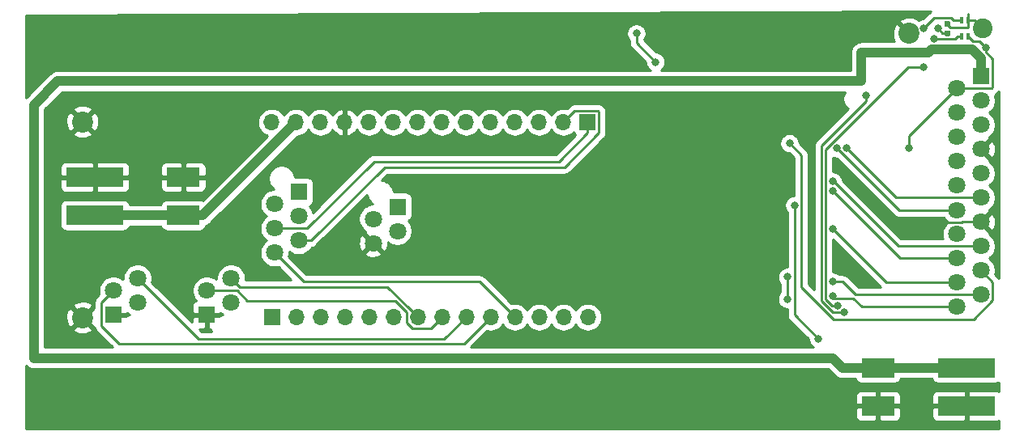
<source format=gbr>
G04 #@! TF.GenerationSoftware,KiCad,Pcbnew,5.1.2-f72e74a~84~ubuntu18.04.1*
G04 #@! TF.CreationDate,2019-08-10T16:00:54+02:00*
G04 #@! TF.ProjectId,roboy_2.0_forarm_shield,726f626f-795f-4322-9e30-5f666f726172,rev?*
G04 #@! TF.SameCoordinates,Original*
G04 #@! TF.FileFunction,Copper,L2,Bot*
G04 #@! TF.FilePolarity,Positive*
%FSLAX46Y46*%
G04 Gerber Fmt 4.6, Leading zero omitted, Abs format (unit mm)*
G04 Created by KiCad (PCBNEW 5.1.2-f72e74a~84~ubuntu18.04.1) date 2019-08-10 16:00:54*
%MOMM*%
%LPD*%
G04 APERTURE LIST*
%ADD10C,2.200000*%
%ADD11R,1.700000X1.700000*%
%ADD12O,1.700000X1.700000*%
%ADD13C,0.100000*%
%ADD14C,0.590000*%
%ADD15R,1.800000X1.800000*%
%ADD16C,1.800000*%
%ADD17R,3.500000X2.000000*%
%ADD18R,6.000000X2.000000*%
%ADD19C,2.060000*%
%ADD20R,0.450000X0.750000*%
%ADD21C,0.800000*%
%ADD22C,0.250000*%
%ADD23C,1.000000*%
%ADD24C,0.254000*%
G04 APERTURE END LIST*
D10*
X95100000Y-77250000D03*
X95100000Y-97750000D03*
X181500000Y-68000000D03*
D11*
X147900000Y-77300000D03*
D12*
X145360000Y-77300000D03*
X142820000Y-77300000D03*
X140280000Y-77300000D03*
X137740000Y-77300000D03*
X135200000Y-77300000D03*
X132660000Y-77300000D03*
X130120000Y-77300000D03*
X127580000Y-77300000D03*
X125040000Y-77300000D03*
X122500000Y-77300000D03*
X119960000Y-77300000D03*
X117420000Y-77300000D03*
X114880000Y-77300000D03*
X147920000Y-97700000D03*
X145380000Y-97700000D03*
X142840000Y-97700000D03*
X140300000Y-97700000D03*
X137760000Y-97700000D03*
X135220000Y-97700000D03*
X132680000Y-97700000D03*
X130140000Y-97700000D03*
X127600000Y-97700000D03*
X125060000Y-97700000D03*
X122520000Y-97700000D03*
X119980000Y-97700000D03*
X117440000Y-97700000D03*
D11*
X114900000Y-97700000D03*
D13*
G36*
X185686958Y-67690710D02*
G01*
X185701276Y-67692834D01*
X185715317Y-67696351D01*
X185728946Y-67701228D01*
X185742031Y-67707417D01*
X185754447Y-67714858D01*
X185766073Y-67723481D01*
X185776798Y-67733202D01*
X185786519Y-67743927D01*
X185795142Y-67755553D01*
X185802583Y-67767969D01*
X185808772Y-67781054D01*
X185813649Y-67794683D01*
X185817166Y-67808724D01*
X185819290Y-67823042D01*
X185820000Y-67837500D01*
X185820000Y-68132500D01*
X185819290Y-68146958D01*
X185817166Y-68161276D01*
X185813649Y-68175317D01*
X185808772Y-68188946D01*
X185802583Y-68202031D01*
X185795142Y-68214447D01*
X185786519Y-68226073D01*
X185776798Y-68236798D01*
X185766073Y-68246519D01*
X185754447Y-68255142D01*
X185742031Y-68262583D01*
X185728946Y-68268772D01*
X185715317Y-68273649D01*
X185701276Y-68277166D01*
X185686958Y-68279290D01*
X185672500Y-68280000D01*
X185327500Y-68280000D01*
X185313042Y-68279290D01*
X185298724Y-68277166D01*
X185284683Y-68273649D01*
X185271054Y-68268772D01*
X185257969Y-68262583D01*
X185245553Y-68255142D01*
X185233927Y-68246519D01*
X185223202Y-68236798D01*
X185213481Y-68226073D01*
X185204858Y-68214447D01*
X185197417Y-68202031D01*
X185191228Y-68188946D01*
X185186351Y-68175317D01*
X185182834Y-68161276D01*
X185180710Y-68146958D01*
X185180000Y-68132500D01*
X185180000Y-67837500D01*
X185180710Y-67823042D01*
X185182834Y-67808724D01*
X185186351Y-67794683D01*
X185191228Y-67781054D01*
X185197417Y-67767969D01*
X185204858Y-67755553D01*
X185213481Y-67743927D01*
X185223202Y-67733202D01*
X185233927Y-67723481D01*
X185245553Y-67714858D01*
X185257969Y-67707417D01*
X185271054Y-67701228D01*
X185284683Y-67696351D01*
X185298724Y-67692834D01*
X185313042Y-67690710D01*
X185327500Y-67690000D01*
X185672500Y-67690000D01*
X185686958Y-67690710D01*
X185686958Y-67690710D01*
G37*
D14*
X185500000Y-67985000D03*
D13*
G36*
X185686958Y-66720710D02*
G01*
X185701276Y-66722834D01*
X185715317Y-66726351D01*
X185728946Y-66731228D01*
X185742031Y-66737417D01*
X185754447Y-66744858D01*
X185766073Y-66753481D01*
X185776798Y-66763202D01*
X185786519Y-66773927D01*
X185795142Y-66785553D01*
X185802583Y-66797969D01*
X185808772Y-66811054D01*
X185813649Y-66824683D01*
X185817166Y-66838724D01*
X185819290Y-66853042D01*
X185820000Y-66867500D01*
X185820000Y-67162500D01*
X185819290Y-67176958D01*
X185817166Y-67191276D01*
X185813649Y-67205317D01*
X185808772Y-67218946D01*
X185802583Y-67232031D01*
X185795142Y-67244447D01*
X185786519Y-67256073D01*
X185776798Y-67266798D01*
X185766073Y-67276519D01*
X185754447Y-67285142D01*
X185742031Y-67292583D01*
X185728946Y-67298772D01*
X185715317Y-67303649D01*
X185701276Y-67307166D01*
X185686958Y-67309290D01*
X185672500Y-67310000D01*
X185327500Y-67310000D01*
X185313042Y-67309290D01*
X185298724Y-67307166D01*
X185284683Y-67303649D01*
X185271054Y-67298772D01*
X185257969Y-67292583D01*
X185245553Y-67285142D01*
X185233927Y-67276519D01*
X185223202Y-67266798D01*
X185213481Y-67256073D01*
X185204858Y-67244447D01*
X185197417Y-67232031D01*
X185191228Y-67218946D01*
X185186351Y-67205317D01*
X185182834Y-67191276D01*
X185180710Y-67176958D01*
X185180000Y-67162500D01*
X185180000Y-66867500D01*
X185180710Y-66853042D01*
X185182834Y-66838724D01*
X185186351Y-66824683D01*
X185191228Y-66811054D01*
X185197417Y-66797969D01*
X185204858Y-66785553D01*
X185213481Y-66773927D01*
X185223202Y-66763202D01*
X185233927Y-66753481D01*
X185245553Y-66744858D01*
X185257969Y-66737417D01*
X185271054Y-66731228D01*
X185284683Y-66726351D01*
X185298724Y-66722834D01*
X185313042Y-66720710D01*
X185327500Y-66720000D01*
X185672500Y-66720000D01*
X185686958Y-66720710D01*
X185686958Y-66720710D01*
G37*
D14*
X185500000Y-67015000D03*
D15*
X128020000Y-86145000D03*
D16*
X125480000Y-87415000D03*
X128020000Y-88685000D03*
X125480000Y-89955000D03*
X115160000Y-90950000D03*
X117700000Y-89680000D03*
D15*
X117700000Y-84600000D03*
D16*
X115160000Y-85870000D03*
X117700000Y-87140000D03*
X115160000Y-88410000D03*
X100870000Y-93645000D03*
X98330000Y-94915000D03*
X100870000Y-96185000D03*
D15*
X98330000Y-97455000D03*
X108080000Y-97455000D03*
D16*
X110620000Y-96185000D03*
X108080000Y-94915000D03*
X110620000Y-93645000D03*
D17*
X105650000Y-87050000D03*
D18*
X96400000Y-87050000D03*
X96400000Y-83050000D03*
D17*
X105650000Y-83050000D03*
D16*
X186460000Y-83930000D03*
X189000000Y-82660000D03*
X186460000Y-81390000D03*
X189000000Y-80120000D03*
X186460000Y-78850000D03*
X189000000Y-77580000D03*
D15*
X189000000Y-72500000D03*
D16*
X186460000Y-73770000D03*
X189000000Y-75040000D03*
X186460000Y-76310000D03*
X186460000Y-91550000D03*
X186460000Y-89010000D03*
X189000000Y-87740000D03*
X186460000Y-86520000D03*
X189000000Y-90280000D03*
X189000000Y-92820000D03*
X186460000Y-94090000D03*
X186460000Y-96630000D03*
X189000000Y-95360000D03*
X189000000Y-85200000D03*
D19*
X189180000Y-67500000D03*
D20*
X187000000Y-68350000D03*
X187000000Y-66650000D03*
X187700000Y-66650000D03*
X187700000Y-68350000D03*
D17*
X178250000Y-103000000D03*
D18*
X187500000Y-103000000D03*
X187500000Y-107000000D03*
D17*
X178250000Y-107000000D03*
D21*
X173500000Y-102000000D03*
X167500000Y-102000000D03*
X161000000Y-102000000D03*
X155500000Y-102000000D03*
X143500000Y-102000000D03*
X137500000Y-102000000D03*
X131500000Y-102000000D03*
X125500000Y-102000000D03*
X119500000Y-102000000D03*
X113500000Y-102000000D03*
X107500000Y-102000000D03*
X101000000Y-102000000D03*
X95000000Y-102000000D03*
X90000000Y-101000000D03*
X92500000Y-73000000D03*
X98500000Y-73000000D03*
X104500000Y-73000000D03*
X110500000Y-73000000D03*
X116500000Y-73000000D03*
X122500000Y-73000000D03*
X128500000Y-73000000D03*
X134500000Y-73000000D03*
X140500000Y-73000000D03*
X143000000Y-73000000D03*
X158500000Y-73000000D03*
X164500000Y-73000000D03*
X170500000Y-73000000D03*
X176500000Y-73000000D03*
X93500000Y-106000000D03*
X93500000Y-107000000D03*
X94500000Y-106500000D03*
X94500000Y-107500000D03*
X93500000Y-108000000D03*
X94500000Y-108500000D03*
X93500000Y-109000000D03*
X142157500Y-70842500D03*
X145687500Y-68812500D03*
X174500000Y-82500000D03*
X174000000Y-90500000D03*
X168500000Y-83500000D03*
X167000000Y-86000000D03*
X176500000Y-84500000D03*
X178000000Y-85500000D03*
X184500000Y-67500000D03*
X189500000Y-69500000D03*
X181500000Y-80000000D03*
X172019448Y-99980552D03*
X169500000Y-86000000D03*
X155000000Y-71000000D03*
X153000000Y-68000000D03*
X168775000Y-95811340D03*
X168775000Y-93500000D03*
X174000000Y-96500000D03*
X184097335Y-68549949D03*
X183000000Y-71500000D03*
X173500000Y-95500000D03*
X173500000Y-94000000D03*
X183000000Y-67500000D03*
X177000000Y-74500000D03*
X174707108Y-97207108D03*
X173500000Y-88500000D03*
X173500000Y-84500000D03*
X173500000Y-83500000D03*
X169000000Y-79500000D03*
X173962347Y-80037653D03*
X175000000Y-80000000D03*
D22*
X147900000Y-78400000D02*
X147900000Y-77300000D01*
X144900000Y-81400000D02*
X147900000Y-78400000D01*
X125600000Y-81400000D02*
X144900000Y-81400000D01*
X118590000Y-88410000D02*
X125600000Y-81400000D01*
X115160000Y-88410000D02*
X118590000Y-88410000D01*
X149075001Y-76189999D02*
X149075001Y-78410001D01*
X149010001Y-76124999D02*
X149075001Y-76189999D01*
X145360000Y-77300000D02*
X146535001Y-76124999D01*
X146535001Y-76124999D02*
X149010001Y-76124999D01*
X126660291Y-81992501D02*
X118972792Y-89680000D01*
X118972792Y-89680000D02*
X117700000Y-89680000D01*
X145492501Y-81992501D02*
X126660291Y-81992501D01*
X149075001Y-78410001D02*
X145492501Y-81992501D01*
D23*
X105650000Y-87050000D02*
X96400000Y-87050000D01*
X107670000Y-87050000D02*
X105650000Y-87050000D01*
X117420000Y-77300000D02*
X107670000Y-87050000D01*
X187500000Y-103000000D02*
X178250000Y-103000000D01*
X178250000Y-103000000D02*
X174500000Y-103000000D01*
X174500000Y-103000000D02*
X173500000Y-102000000D01*
X173500000Y-102000000D02*
X167500000Y-102000000D01*
X167500000Y-102000000D02*
X161000000Y-102000000D01*
X161000000Y-102000000D02*
X155500000Y-102000000D01*
X155500000Y-102000000D02*
X143500000Y-102000000D01*
X188049949Y-69649949D02*
X189000000Y-70600000D01*
X183850051Y-69649949D02*
X188049949Y-69649949D01*
X183500000Y-70000000D02*
X183850051Y-69649949D01*
X176500000Y-70000000D02*
X183500000Y-70000000D01*
X189000000Y-70600000D02*
X189000000Y-72500000D01*
X143500000Y-102000000D02*
X137500000Y-102000000D01*
X90000000Y-102000000D02*
X90000000Y-101000000D01*
X90000000Y-75500000D02*
X92500000Y-73000000D01*
X92500000Y-73000000D02*
X98500000Y-73000000D01*
X137500000Y-102000000D02*
X131500000Y-102000000D01*
X131500000Y-102000000D02*
X125500000Y-102000000D01*
X125500000Y-102000000D02*
X119500000Y-102000000D01*
X119500000Y-102000000D02*
X113500000Y-102000000D01*
X113500000Y-102000000D02*
X107500000Y-102000000D01*
X107500000Y-102000000D02*
X101000000Y-102000000D01*
X101000000Y-102000000D02*
X95000000Y-102000000D01*
X95000000Y-102000000D02*
X90000000Y-102000000D01*
X90000000Y-101000000D02*
X90000000Y-75500000D01*
X98500000Y-73000000D02*
X104500000Y-73000000D01*
X104500000Y-73000000D02*
X110500000Y-73000000D01*
X110500000Y-73000000D02*
X116500000Y-73000000D01*
X116500000Y-73000000D02*
X122500000Y-73000000D01*
X122500000Y-73000000D02*
X128500000Y-73000000D01*
X128500000Y-73000000D02*
X134500000Y-73000000D01*
X134500000Y-73000000D02*
X140500000Y-73000000D01*
X140500000Y-73000000D02*
X143000000Y-73000000D01*
X143000000Y-73000000D02*
X158500000Y-73000000D01*
X158500000Y-73000000D02*
X164500000Y-73000000D01*
X164500000Y-73000000D02*
X170500000Y-73000000D01*
X170500000Y-73000000D02*
X176500000Y-73000000D01*
X176500000Y-73000000D02*
X176500000Y-70000000D01*
D22*
X139450001Y-96850001D02*
X140300000Y-97700000D01*
X136600000Y-94000000D02*
X139450001Y-96850001D01*
X118210000Y-94000000D02*
X136600000Y-94000000D01*
X115160000Y-90950000D02*
X118210000Y-94000000D01*
X135009991Y-100450009D02*
X136910001Y-98549999D01*
X98940007Y-100450009D02*
X135009991Y-100450009D01*
X97104999Y-98615001D02*
X98940007Y-100450009D01*
X136910001Y-98549999D02*
X137760000Y-97700000D01*
X97104999Y-96140001D02*
X97104999Y-98615001D01*
X98330000Y-94915000D02*
X97104999Y-96140001D01*
X100870000Y-93645000D02*
X107225000Y-100000000D01*
X132920000Y-100000000D02*
X135220000Y-97700000D01*
X107225000Y-100000000D02*
X132920000Y-100000000D01*
X131504999Y-98875001D02*
X131830001Y-98549999D01*
X129575999Y-98875001D02*
X131504999Y-98875001D01*
X131830001Y-98549999D02*
X132680000Y-97700000D01*
X128964999Y-98264001D02*
X129575999Y-98875001D01*
X128964999Y-97161409D02*
X128964999Y-98264001D01*
X127803590Y-96000000D02*
X128964999Y-97161409D01*
X112338590Y-96000000D02*
X127803590Y-96000000D01*
X111253590Y-94915000D02*
X112338590Y-96000000D01*
X108080000Y-94915000D02*
X111253590Y-94915000D01*
X129290001Y-96850001D02*
X130140000Y-97700000D01*
X126984999Y-94544999D02*
X129290001Y-96850001D01*
X111519999Y-94544999D02*
X126984999Y-94544999D01*
X110620000Y-93645000D02*
X111519999Y-94544999D01*
X187008003Y-87784999D02*
X184215001Y-87784999D01*
X189000000Y-87740000D02*
X187053002Y-87740000D01*
X187053002Y-87740000D02*
X187008003Y-87784999D01*
X184215001Y-87784999D02*
X184000000Y-88000000D01*
X185500000Y-67985000D02*
X184985000Y-67985000D01*
X184985000Y-67985000D02*
X184500000Y-67500000D01*
X188824940Y-68824940D02*
X188174940Y-68824940D01*
X188174940Y-68824940D02*
X187700000Y-68350000D01*
X189500000Y-69500000D02*
X188824940Y-68824940D01*
X181500000Y-78730000D02*
X186460000Y-73770000D01*
X181500000Y-80000000D02*
X181500000Y-78730000D01*
X189500000Y-69933260D02*
X189500000Y-69500000D01*
X190225001Y-70658261D02*
X189500000Y-69933260D01*
X190225001Y-73660001D02*
X190225001Y-70658261D01*
X186460000Y-73770000D02*
X190115002Y-73770000D01*
X190115002Y-73770000D02*
X190225001Y-73660001D01*
X172019448Y-99980552D02*
X169500000Y-97461104D01*
X169500000Y-97461104D02*
X169500000Y-86000000D01*
X187700000Y-66025000D02*
X187700000Y-66650000D01*
X187624999Y-65949999D02*
X187700000Y-66025000D01*
X188330000Y-66650000D02*
X189180000Y-67500000D01*
X187700000Y-66650000D02*
X188330000Y-66650000D01*
X187700000Y-67275000D02*
X187700000Y-66650000D01*
X185500000Y-67015000D02*
X185835001Y-67350001D01*
X187624999Y-67350001D02*
X187700000Y-67275000D01*
X185835001Y-67350001D02*
X187624999Y-67350001D01*
X155000000Y-71000000D02*
X153000000Y-69000000D01*
X153000000Y-69000000D02*
X153000000Y-68000000D01*
X168775000Y-95811340D02*
X168775000Y-93500000D01*
X184152396Y-68605010D02*
X184097335Y-68549949D01*
X186269990Y-68605010D02*
X184152396Y-68605010D01*
X187000000Y-68350000D02*
X186525000Y-68350000D01*
X186525000Y-68350000D02*
X186269990Y-68605010D01*
X173426998Y-96500000D02*
X173434315Y-96500000D01*
X172774999Y-95848001D02*
X173426998Y-96500000D01*
X181426998Y-71500000D02*
X172774999Y-80151999D01*
X173434315Y-96500000D02*
X174000000Y-96500000D01*
X172774999Y-80151999D02*
X172774999Y-95848001D01*
X183000000Y-71500000D02*
X181426998Y-71500000D01*
X185187208Y-96630000D02*
X186460000Y-96630000D01*
X176566592Y-96630000D02*
X185187208Y-96630000D01*
X175661593Y-95725001D02*
X176566592Y-96630000D01*
X173725001Y-95725001D02*
X175661593Y-95725001D01*
X173500000Y-95500000D02*
X173725001Y-95725001D01*
X174065685Y-94000000D02*
X173500000Y-94000000D01*
X175933002Y-95360000D02*
X174573002Y-94000000D01*
X174573002Y-94000000D02*
X174065685Y-94000000D01*
X189000000Y-95360000D02*
X175933002Y-95360000D01*
X187000000Y-66650000D02*
X186150000Y-66650000D01*
X184105010Y-66394990D02*
X183000000Y-67500000D01*
X186150000Y-66650000D02*
X185894990Y-66394990D01*
X185894990Y-66394990D02*
X184105010Y-66394990D01*
X173515589Y-97225001D02*
X174348001Y-97225001D01*
X172324990Y-96034402D02*
X173515589Y-97225001D01*
X172324989Y-79740696D02*
X172324990Y-96034402D01*
X177000000Y-75065685D02*
X172324989Y-79740696D01*
X177000000Y-74500000D02*
X177000000Y-75065685D01*
X179090000Y-94090000D02*
X173500000Y-88500000D01*
X186460000Y-94090000D02*
X179090000Y-94090000D01*
X180550000Y-91550000D02*
X186460000Y-91550000D01*
X173500000Y-84500000D02*
X180550000Y-91550000D01*
X173573002Y-83500000D02*
X173500000Y-83500000D01*
X180353002Y-90280000D02*
X173573002Y-83500000D01*
X189000000Y-90280000D02*
X180353002Y-90280000D01*
X190225001Y-94045001D02*
X190225001Y-95948001D01*
X189000000Y-92820000D02*
X190225001Y-94045001D01*
X190225001Y-95948001D02*
X188240893Y-97932109D01*
X188240893Y-97932109D02*
X173586289Y-97932109D01*
X170225001Y-80725001D02*
X169000000Y-79500000D01*
X173586289Y-97932109D02*
X170225001Y-94570821D01*
X170225001Y-94570821D02*
X170225001Y-80725001D01*
X180444694Y-86520000D02*
X186460000Y-86520000D01*
X173962347Y-80037653D02*
X180444694Y-86520000D01*
X175399999Y-80399999D02*
X175000000Y-80000000D01*
X180155001Y-85155001D02*
X175399999Y-80399999D01*
X188955001Y-85155001D02*
X180155001Y-85155001D01*
X189000000Y-85200000D02*
X188955001Y-85155001D01*
D24*
G36*
X89193551Y-102806449D02*
G01*
X89366377Y-102948284D01*
X89563553Y-103053676D01*
X89777501Y-103118577D01*
X90000000Y-103140491D01*
X90055751Y-103135000D01*
X173029868Y-103135000D01*
X173658013Y-103763145D01*
X173693551Y-103806449D01*
X173736854Y-103841987D01*
X173736856Y-103841989D01*
X173866377Y-103948284D01*
X174063553Y-104053676D01*
X174277501Y-104118577D01*
X174500000Y-104140491D01*
X174555752Y-104135000D01*
X175877379Y-104135000D01*
X175910498Y-104244180D01*
X175969463Y-104354494D01*
X176048815Y-104451185D01*
X176145506Y-104530537D01*
X176255820Y-104589502D01*
X176375518Y-104625812D01*
X176500000Y-104638072D01*
X180000000Y-104638072D01*
X180124482Y-104625812D01*
X180244180Y-104589502D01*
X180354494Y-104530537D01*
X180451185Y-104451185D01*
X180530537Y-104354494D01*
X180589502Y-104244180D01*
X180622621Y-104135000D01*
X183877379Y-104135000D01*
X183910498Y-104244180D01*
X183969463Y-104354494D01*
X184048815Y-104451185D01*
X184145506Y-104530537D01*
X184255820Y-104589502D01*
X184375518Y-104625812D01*
X184500000Y-104638072D01*
X190500000Y-104638072D01*
X190624482Y-104625812D01*
X190744180Y-104589502D01*
X190840001Y-104538284D01*
X190840001Y-105461716D01*
X190744180Y-105410498D01*
X190624482Y-105374188D01*
X190500000Y-105361928D01*
X187785750Y-105365000D01*
X187627000Y-105523750D01*
X187627000Y-106873000D01*
X187647000Y-106873000D01*
X187647000Y-107127000D01*
X187627000Y-107127000D01*
X187627000Y-108476250D01*
X187785750Y-108635000D01*
X190500000Y-108638072D01*
X190624482Y-108625812D01*
X190744180Y-108589502D01*
X190840001Y-108538284D01*
X190840001Y-109340000D01*
X89160000Y-109340000D01*
X89160000Y-108000000D01*
X175861928Y-108000000D01*
X175874188Y-108124482D01*
X175910498Y-108244180D01*
X175969463Y-108354494D01*
X176048815Y-108451185D01*
X176145506Y-108530537D01*
X176255820Y-108589502D01*
X176375518Y-108625812D01*
X176500000Y-108638072D01*
X177964250Y-108635000D01*
X178123000Y-108476250D01*
X178123000Y-107127000D01*
X178377000Y-107127000D01*
X178377000Y-108476250D01*
X178535750Y-108635000D01*
X180000000Y-108638072D01*
X180124482Y-108625812D01*
X180244180Y-108589502D01*
X180354494Y-108530537D01*
X180451185Y-108451185D01*
X180530537Y-108354494D01*
X180589502Y-108244180D01*
X180625812Y-108124482D01*
X180638072Y-108000000D01*
X183861928Y-108000000D01*
X183874188Y-108124482D01*
X183910498Y-108244180D01*
X183969463Y-108354494D01*
X184048815Y-108451185D01*
X184145506Y-108530537D01*
X184255820Y-108589502D01*
X184375518Y-108625812D01*
X184500000Y-108638072D01*
X187214250Y-108635000D01*
X187373000Y-108476250D01*
X187373000Y-107127000D01*
X184023750Y-107127000D01*
X183865000Y-107285750D01*
X183861928Y-108000000D01*
X180638072Y-108000000D01*
X180635000Y-107285750D01*
X180476250Y-107127000D01*
X178377000Y-107127000D01*
X178123000Y-107127000D01*
X176023750Y-107127000D01*
X175865000Y-107285750D01*
X175861928Y-108000000D01*
X89160000Y-108000000D01*
X89160000Y-106000000D01*
X175861928Y-106000000D01*
X175865000Y-106714250D01*
X176023750Y-106873000D01*
X178123000Y-106873000D01*
X178123000Y-105523750D01*
X178377000Y-105523750D01*
X178377000Y-106873000D01*
X180476250Y-106873000D01*
X180635000Y-106714250D01*
X180638072Y-106000000D01*
X183861928Y-106000000D01*
X183865000Y-106714250D01*
X184023750Y-106873000D01*
X187373000Y-106873000D01*
X187373000Y-105523750D01*
X187214250Y-105365000D01*
X184500000Y-105361928D01*
X184375518Y-105374188D01*
X184255820Y-105410498D01*
X184145506Y-105469463D01*
X184048815Y-105548815D01*
X183969463Y-105645506D01*
X183910498Y-105755820D01*
X183874188Y-105875518D01*
X183861928Y-106000000D01*
X180638072Y-106000000D01*
X180625812Y-105875518D01*
X180589502Y-105755820D01*
X180530537Y-105645506D01*
X180451185Y-105548815D01*
X180354494Y-105469463D01*
X180244180Y-105410498D01*
X180124482Y-105374188D01*
X180000000Y-105361928D01*
X178535750Y-105365000D01*
X178377000Y-105523750D01*
X178123000Y-105523750D01*
X177964250Y-105365000D01*
X176500000Y-105361928D01*
X176375518Y-105374188D01*
X176255820Y-105410498D01*
X176145506Y-105469463D01*
X176048815Y-105548815D01*
X175969463Y-105645506D01*
X175910498Y-105755820D01*
X175874188Y-105875518D01*
X175861928Y-106000000D01*
X89160000Y-106000000D01*
X89160000Y-102765567D01*
X89193551Y-102806449D01*
X89193551Y-102806449D01*
G37*
X89193551Y-102806449D02*
X89366377Y-102948284D01*
X89563553Y-103053676D01*
X89777501Y-103118577D01*
X90000000Y-103140491D01*
X90055751Y-103135000D01*
X173029868Y-103135000D01*
X173658013Y-103763145D01*
X173693551Y-103806449D01*
X173736854Y-103841987D01*
X173736856Y-103841989D01*
X173866377Y-103948284D01*
X174063553Y-104053676D01*
X174277501Y-104118577D01*
X174500000Y-104140491D01*
X174555752Y-104135000D01*
X175877379Y-104135000D01*
X175910498Y-104244180D01*
X175969463Y-104354494D01*
X176048815Y-104451185D01*
X176145506Y-104530537D01*
X176255820Y-104589502D01*
X176375518Y-104625812D01*
X176500000Y-104638072D01*
X180000000Y-104638072D01*
X180124482Y-104625812D01*
X180244180Y-104589502D01*
X180354494Y-104530537D01*
X180451185Y-104451185D01*
X180530537Y-104354494D01*
X180589502Y-104244180D01*
X180622621Y-104135000D01*
X183877379Y-104135000D01*
X183910498Y-104244180D01*
X183969463Y-104354494D01*
X184048815Y-104451185D01*
X184145506Y-104530537D01*
X184255820Y-104589502D01*
X184375518Y-104625812D01*
X184500000Y-104638072D01*
X190500000Y-104638072D01*
X190624482Y-104625812D01*
X190744180Y-104589502D01*
X190840001Y-104538284D01*
X190840001Y-105461716D01*
X190744180Y-105410498D01*
X190624482Y-105374188D01*
X190500000Y-105361928D01*
X187785750Y-105365000D01*
X187627000Y-105523750D01*
X187627000Y-106873000D01*
X187647000Y-106873000D01*
X187647000Y-107127000D01*
X187627000Y-107127000D01*
X187627000Y-108476250D01*
X187785750Y-108635000D01*
X190500000Y-108638072D01*
X190624482Y-108625812D01*
X190744180Y-108589502D01*
X190840001Y-108538284D01*
X190840001Y-109340000D01*
X89160000Y-109340000D01*
X89160000Y-108000000D01*
X175861928Y-108000000D01*
X175874188Y-108124482D01*
X175910498Y-108244180D01*
X175969463Y-108354494D01*
X176048815Y-108451185D01*
X176145506Y-108530537D01*
X176255820Y-108589502D01*
X176375518Y-108625812D01*
X176500000Y-108638072D01*
X177964250Y-108635000D01*
X178123000Y-108476250D01*
X178123000Y-107127000D01*
X178377000Y-107127000D01*
X178377000Y-108476250D01*
X178535750Y-108635000D01*
X180000000Y-108638072D01*
X180124482Y-108625812D01*
X180244180Y-108589502D01*
X180354494Y-108530537D01*
X180451185Y-108451185D01*
X180530537Y-108354494D01*
X180589502Y-108244180D01*
X180625812Y-108124482D01*
X180638072Y-108000000D01*
X183861928Y-108000000D01*
X183874188Y-108124482D01*
X183910498Y-108244180D01*
X183969463Y-108354494D01*
X184048815Y-108451185D01*
X184145506Y-108530537D01*
X184255820Y-108589502D01*
X184375518Y-108625812D01*
X184500000Y-108638072D01*
X187214250Y-108635000D01*
X187373000Y-108476250D01*
X187373000Y-107127000D01*
X184023750Y-107127000D01*
X183865000Y-107285750D01*
X183861928Y-108000000D01*
X180638072Y-108000000D01*
X180635000Y-107285750D01*
X180476250Y-107127000D01*
X178377000Y-107127000D01*
X178123000Y-107127000D01*
X176023750Y-107127000D01*
X175865000Y-107285750D01*
X175861928Y-108000000D01*
X89160000Y-108000000D01*
X89160000Y-106000000D01*
X175861928Y-106000000D01*
X175865000Y-106714250D01*
X176023750Y-106873000D01*
X178123000Y-106873000D01*
X178123000Y-105523750D01*
X178377000Y-105523750D01*
X178377000Y-106873000D01*
X180476250Y-106873000D01*
X180635000Y-106714250D01*
X180638072Y-106000000D01*
X183861928Y-106000000D01*
X183865000Y-106714250D01*
X184023750Y-106873000D01*
X187373000Y-106873000D01*
X187373000Y-105523750D01*
X187214250Y-105365000D01*
X184500000Y-105361928D01*
X184375518Y-105374188D01*
X184255820Y-105410498D01*
X184145506Y-105469463D01*
X184048815Y-105548815D01*
X183969463Y-105645506D01*
X183910498Y-105755820D01*
X183874188Y-105875518D01*
X183861928Y-106000000D01*
X180638072Y-106000000D01*
X180625812Y-105875518D01*
X180589502Y-105755820D01*
X180530537Y-105645506D01*
X180451185Y-105548815D01*
X180354494Y-105469463D01*
X180244180Y-105410498D01*
X180124482Y-105374188D01*
X180000000Y-105361928D01*
X178535750Y-105365000D01*
X178377000Y-105523750D01*
X178123000Y-105523750D01*
X177964250Y-105365000D01*
X176500000Y-105361928D01*
X176375518Y-105374188D01*
X176255820Y-105410498D01*
X176145506Y-105469463D01*
X176048815Y-105548815D01*
X175969463Y-105645506D01*
X175910498Y-105755820D01*
X175874188Y-105875518D01*
X175861928Y-106000000D01*
X89160000Y-106000000D01*
X89160000Y-102765567D01*
X89193551Y-102806449D01*
G36*
X174699866Y-74288692D02*
G01*
X174610539Y-74504348D01*
X174565000Y-74733288D01*
X174565000Y-74966712D01*
X174610539Y-75195652D01*
X174699866Y-75411308D01*
X174829550Y-75605394D01*
X174994606Y-75770450D01*
X175129980Y-75860904D01*
X171813986Y-79176898D01*
X171784988Y-79200696D01*
X171761190Y-79229694D01*
X171690015Y-79316420D01*
X171646377Y-79398061D01*
X171619443Y-79448450D01*
X171575986Y-79591711D01*
X171564989Y-79703364D01*
X171564989Y-79703374D01*
X171561313Y-79740696D01*
X171564989Y-79778018D01*
X171564991Y-94836010D01*
X170985001Y-94256020D01*
X170985001Y-80762323D01*
X170988677Y-80725000D01*
X170985001Y-80687677D01*
X170985001Y-80687668D01*
X170974004Y-80576015D01*
X170930547Y-80432754D01*
X170900035Y-80375670D01*
X170859975Y-80300724D01*
X170788800Y-80213998D01*
X170765002Y-80185000D01*
X170736004Y-80161202D01*
X170035000Y-79460199D01*
X170035000Y-79398061D01*
X169995226Y-79198102D01*
X169917205Y-79009744D01*
X169803937Y-78840226D01*
X169659774Y-78696063D01*
X169490256Y-78582795D01*
X169301898Y-78504774D01*
X169101939Y-78465000D01*
X168898061Y-78465000D01*
X168698102Y-78504774D01*
X168509744Y-78582795D01*
X168340226Y-78696063D01*
X168196063Y-78840226D01*
X168082795Y-79009744D01*
X168004774Y-79198102D01*
X167965000Y-79398061D01*
X167965000Y-79601939D01*
X168004774Y-79801898D01*
X168082795Y-79990256D01*
X168196063Y-80159774D01*
X168340226Y-80303937D01*
X168509744Y-80417205D01*
X168698102Y-80495226D01*
X168898061Y-80535000D01*
X168960199Y-80535000D01*
X169465002Y-81039804D01*
X169465002Y-84965000D01*
X169398061Y-84965000D01*
X169198102Y-85004774D01*
X169009744Y-85082795D01*
X168840226Y-85196063D01*
X168696063Y-85340226D01*
X168582795Y-85509744D01*
X168504774Y-85698102D01*
X168465000Y-85898061D01*
X168465000Y-86101939D01*
X168504774Y-86301898D01*
X168582795Y-86490256D01*
X168696063Y-86659774D01*
X168740001Y-86703712D01*
X168740000Y-92465000D01*
X168673061Y-92465000D01*
X168473102Y-92504774D01*
X168284744Y-92582795D01*
X168115226Y-92696063D01*
X167971063Y-92840226D01*
X167857795Y-93009744D01*
X167779774Y-93198102D01*
X167740000Y-93398061D01*
X167740000Y-93601939D01*
X167779774Y-93801898D01*
X167857795Y-93990256D01*
X167971063Y-94159774D01*
X168015001Y-94203712D01*
X168015000Y-95107629D01*
X167971063Y-95151566D01*
X167857795Y-95321084D01*
X167779774Y-95509442D01*
X167740000Y-95709401D01*
X167740000Y-95913279D01*
X167779774Y-96113238D01*
X167857795Y-96301596D01*
X167971063Y-96471114D01*
X168115226Y-96615277D01*
X168284744Y-96728545D01*
X168473102Y-96806566D01*
X168673061Y-96846340D01*
X168740000Y-96846340D01*
X168740000Y-97423782D01*
X168736324Y-97461104D01*
X168740000Y-97498426D01*
X168740000Y-97498436D01*
X168750997Y-97610089D01*
X168790632Y-97740750D01*
X168794454Y-97753350D01*
X168865026Y-97885380D01*
X168901321Y-97929605D01*
X168959999Y-98001105D01*
X168989003Y-98024908D01*
X170984448Y-100020354D01*
X170984448Y-100082491D01*
X171024222Y-100282450D01*
X171102243Y-100470808D01*
X171215511Y-100640326D01*
X171359674Y-100784489D01*
X171480168Y-100865000D01*
X135669801Y-100865000D01*
X137394005Y-99140797D01*
X137468889Y-99163513D01*
X137687050Y-99185000D01*
X137832950Y-99185000D01*
X138051111Y-99163513D01*
X138331034Y-99078599D01*
X138589014Y-98940706D01*
X138815134Y-98755134D01*
X139000706Y-98529014D01*
X139030000Y-98474209D01*
X139059294Y-98529014D01*
X139244866Y-98755134D01*
X139470986Y-98940706D01*
X139728966Y-99078599D01*
X140008889Y-99163513D01*
X140227050Y-99185000D01*
X140372950Y-99185000D01*
X140591111Y-99163513D01*
X140871034Y-99078599D01*
X141129014Y-98940706D01*
X141355134Y-98755134D01*
X141540706Y-98529014D01*
X141570000Y-98474209D01*
X141599294Y-98529014D01*
X141784866Y-98755134D01*
X142010986Y-98940706D01*
X142268966Y-99078599D01*
X142548889Y-99163513D01*
X142767050Y-99185000D01*
X142912950Y-99185000D01*
X143131111Y-99163513D01*
X143411034Y-99078599D01*
X143669014Y-98940706D01*
X143895134Y-98755134D01*
X144080706Y-98529014D01*
X144110000Y-98474209D01*
X144139294Y-98529014D01*
X144324866Y-98755134D01*
X144550986Y-98940706D01*
X144808966Y-99078599D01*
X145088889Y-99163513D01*
X145307050Y-99185000D01*
X145452950Y-99185000D01*
X145671111Y-99163513D01*
X145951034Y-99078599D01*
X146209014Y-98940706D01*
X146435134Y-98755134D01*
X146620706Y-98529014D01*
X146650000Y-98474209D01*
X146679294Y-98529014D01*
X146864866Y-98755134D01*
X147090986Y-98940706D01*
X147348966Y-99078599D01*
X147628889Y-99163513D01*
X147847050Y-99185000D01*
X147992950Y-99185000D01*
X148211111Y-99163513D01*
X148491034Y-99078599D01*
X148749014Y-98940706D01*
X148975134Y-98755134D01*
X149160706Y-98529014D01*
X149298599Y-98271034D01*
X149383513Y-97991111D01*
X149412185Y-97700000D01*
X149383513Y-97408889D01*
X149298599Y-97128966D01*
X149160706Y-96870986D01*
X148975134Y-96644866D01*
X148749014Y-96459294D01*
X148491034Y-96321401D01*
X148211111Y-96236487D01*
X147992950Y-96215000D01*
X147847050Y-96215000D01*
X147628889Y-96236487D01*
X147348966Y-96321401D01*
X147090986Y-96459294D01*
X146864866Y-96644866D01*
X146679294Y-96870986D01*
X146650000Y-96925791D01*
X146620706Y-96870986D01*
X146435134Y-96644866D01*
X146209014Y-96459294D01*
X145951034Y-96321401D01*
X145671111Y-96236487D01*
X145452950Y-96215000D01*
X145307050Y-96215000D01*
X145088889Y-96236487D01*
X144808966Y-96321401D01*
X144550986Y-96459294D01*
X144324866Y-96644866D01*
X144139294Y-96870986D01*
X144110000Y-96925791D01*
X144080706Y-96870986D01*
X143895134Y-96644866D01*
X143669014Y-96459294D01*
X143411034Y-96321401D01*
X143131111Y-96236487D01*
X142912950Y-96215000D01*
X142767050Y-96215000D01*
X142548889Y-96236487D01*
X142268966Y-96321401D01*
X142010986Y-96459294D01*
X141784866Y-96644866D01*
X141599294Y-96870986D01*
X141570000Y-96925791D01*
X141540706Y-96870986D01*
X141355134Y-96644866D01*
X141129014Y-96459294D01*
X140871034Y-96321401D01*
X140591111Y-96236487D01*
X140372950Y-96215000D01*
X140227050Y-96215000D01*
X140008889Y-96236487D01*
X139934005Y-96259203D01*
X137163804Y-93489003D01*
X137140001Y-93459999D01*
X137024276Y-93365026D01*
X136892247Y-93294454D01*
X136748986Y-93250997D01*
X136637333Y-93240000D01*
X136637322Y-93240000D01*
X136600000Y-93236324D01*
X136562678Y-93240000D01*
X118524802Y-93240000D01*
X116643731Y-91358930D01*
X116695000Y-91101184D01*
X116695000Y-90845817D01*
X116721495Y-90872312D01*
X116972905Y-91040299D01*
X117252257Y-91156011D01*
X117548816Y-91215000D01*
X117851184Y-91215000D01*
X118147743Y-91156011D01*
X118427095Y-91040299D01*
X118458851Y-91019080D01*
X124595525Y-91019080D01*
X124679208Y-91273261D01*
X124951775Y-91404158D01*
X125244642Y-91479365D01*
X125546553Y-91495991D01*
X125845907Y-91453397D01*
X126131199Y-91353222D01*
X126280792Y-91273261D01*
X126364475Y-91019080D01*
X125480000Y-90134605D01*
X124595525Y-91019080D01*
X118458851Y-91019080D01*
X118678505Y-90872312D01*
X118892312Y-90658505D01*
X119040298Y-90437028D01*
X119121778Y-90429003D01*
X119265039Y-90385546D01*
X119397068Y-90314974D01*
X119512793Y-90220001D01*
X119536596Y-90190997D01*
X119706040Y-90021553D01*
X123939009Y-90021553D01*
X123981603Y-90320907D01*
X124081778Y-90606199D01*
X124161739Y-90755792D01*
X124415920Y-90839475D01*
X125300395Y-89955000D01*
X124415920Y-89070525D01*
X124161739Y-89154208D01*
X124030842Y-89426775D01*
X123955635Y-89719642D01*
X123939009Y-90021553D01*
X119706040Y-90021553D01*
X124836813Y-84890781D01*
X124888176Y-85149004D01*
X124992584Y-85401067D01*
X125144161Y-85627918D01*
X125337082Y-85820839D01*
X125425623Y-85880000D01*
X125328816Y-85880000D01*
X125032257Y-85938989D01*
X124752905Y-86054701D01*
X124501495Y-86222688D01*
X124287688Y-86436495D01*
X124119701Y-86687905D01*
X124003989Y-86967257D01*
X123945000Y-87263816D01*
X123945000Y-87566184D01*
X124003989Y-87862743D01*
X124119701Y-88142095D01*
X124287688Y-88393505D01*
X124501495Y-88607312D01*
X124655105Y-88709951D01*
X124595525Y-88890920D01*
X125480000Y-89775395D01*
X125494143Y-89761253D01*
X125673748Y-89940858D01*
X125659605Y-89955000D01*
X126544080Y-90839475D01*
X126798261Y-90755792D01*
X126929158Y-90483225D01*
X127004365Y-90190358D01*
X127020991Y-89888447D01*
X127015742Y-89851559D01*
X127041495Y-89877312D01*
X127292905Y-90045299D01*
X127572257Y-90161011D01*
X127868816Y-90220000D01*
X128171184Y-90220000D01*
X128467743Y-90161011D01*
X128747095Y-90045299D01*
X128998505Y-89877312D01*
X129212312Y-89663505D01*
X129380299Y-89412095D01*
X129496011Y-89132743D01*
X129555000Y-88836184D01*
X129555000Y-88533816D01*
X129496011Y-88237257D01*
X129380299Y-87957905D01*
X129212312Y-87706495D01*
X129145873Y-87640056D01*
X129164180Y-87634502D01*
X129274494Y-87575537D01*
X129371185Y-87496185D01*
X129450537Y-87399494D01*
X129509502Y-87289180D01*
X129545812Y-87169482D01*
X129558072Y-87045000D01*
X129558072Y-85245000D01*
X129545812Y-85120518D01*
X129509502Y-85000820D01*
X129450537Y-84890506D01*
X129371185Y-84793815D01*
X129274494Y-84714463D01*
X129164180Y-84655498D01*
X129044482Y-84619188D01*
X128920000Y-84606928D01*
X127604721Y-84606928D01*
X127551824Y-84340996D01*
X127447416Y-84088933D01*
X127295839Y-83862082D01*
X127102918Y-83669161D01*
X126876067Y-83517584D01*
X126624004Y-83413176D01*
X126365781Y-83361813D01*
X126975093Y-82752501D01*
X145455179Y-82752501D01*
X145492501Y-82756177D01*
X145529823Y-82752501D01*
X145529834Y-82752501D01*
X145641487Y-82741504D01*
X145784748Y-82698047D01*
X145916777Y-82627475D01*
X146032502Y-82532502D01*
X146056305Y-82503498D01*
X149586004Y-78973800D01*
X149615002Y-78950002D01*
X149684740Y-78865026D01*
X149709975Y-78834278D01*
X149780547Y-78702248D01*
X149805449Y-78620155D01*
X149824004Y-78558987D01*
X149835001Y-78447334D01*
X149835001Y-78447325D01*
X149838677Y-78410002D01*
X149835001Y-78372679D01*
X149835001Y-76227322D01*
X149838677Y-76189999D01*
X149835001Y-76152677D01*
X149835001Y-76152666D01*
X149824004Y-76041013D01*
X149780547Y-75897752D01*
X149709975Y-75765723D01*
X149615002Y-75649998D01*
X149585999Y-75626196D01*
X149573805Y-75614002D01*
X149550002Y-75584998D01*
X149434277Y-75490025D01*
X149302248Y-75419453D01*
X149158987Y-75375996D01*
X149047334Y-75364999D01*
X149047323Y-75364999D01*
X149010001Y-75361323D01*
X148972679Y-75364999D01*
X146572323Y-75364999D01*
X146535000Y-75361323D01*
X146497677Y-75364999D01*
X146497668Y-75364999D01*
X146386015Y-75375996D01*
X146242754Y-75419453D01*
X146110725Y-75490025D01*
X145995000Y-75584998D01*
X145971202Y-75613996D01*
X145725995Y-75859203D01*
X145651111Y-75836487D01*
X145432950Y-75815000D01*
X145287050Y-75815000D01*
X145068889Y-75836487D01*
X144788966Y-75921401D01*
X144530986Y-76059294D01*
X144304866Y-76244866D01*
X144119294Y-76470986D01*
X144090000Y-76525791D01*
X144060706Y-76470986D01*
X143875134Y-76244866D01*
X143649014Y-76059294D01*
X143391034Y-75921401D01*
X143111111Y-75836487D01*
X142892950Y-75815000D01*
X142747050Y-75815000D01*
X142528889Y-75836487D01*
X142248966Y-75921401D01*
X141990986Y-76059294D01*
X141764866Y-76244866D01*
X141579294Y-76470986D01*
X141550000Y-76525791D01*
X141520706Y-76470986D01*
X141335134Y-76244866D01*
X141109014Y-76059294D01*
X140851034Y-75921401D01*
X140571111Y-75836487D01*
X140352950Y-75815000D01*
X140207050Y-75815000D01*
X139988889Y-75836487D01*
X139708966Y-75921401D01*
X139450986Y-76059294D01*
X139224866Y-76244866D01*
X139039294Y-76470986D01*
X139010000Y-76525791D01*
X138980706Y-76470986D01*
X138795134Y-76244866D01*
X138569014Y-76059294D01*
X138311034Y-75921401D01*
X138031111Y-75836487D01*
X137812950Y-75815000D01*
X137667050Y-75815000D01*
X137448889Y-75836487D01*
X137168966Y-75921401D01*
X136910986Y-76059294D01*
X136684866Y-76244866D01*
X136499294Y-76470986D01*
X136470000Y-76525791D01*
X136440706Y-76470986D01*
X136255134Y-76244866D01*
X136029014Y-76059294D01*
X135771034Y-75921401D01*
X135491111Y-75836487D01*
X135272950Y-75815000D01*
X135127050Y-75815000D01*
X134908889Y-75836487D01*
X134628966Y-75921401D01*
X134370986Y-76059294D01*
X134144866Y-76244866D01*
X133959294Y-76470986D01*
X133930000Y-76525791D01*
X133900706Y-76470986D01*
X133715134Y-76244866D01*
X133489014Y-76059294D01*
X133231034Y-75921401D01*
X132951111Y-75836487D01*
X132732950Y-75815000D01*
X132587050Y-75815000D01*
X132368889Y-75836487D01*
X132088966Y-75921401D01*
X131830986Y-76059294D01*
X131604866Y-76244866D01*
X131419294Y-76470986D01*
X131390000Y-76525791D01*
X131360706Y-76470986D01*
X131175134Y-76244866D01*
X130949014Y-76059294D01*
X130691034Y-75921401D01*
X130411111Y-75836487D01*
X130192950Y-75815000D01*
X130047050Y-75815000D01*
X129828889Y-75836487D01*
X129548966Y-75921401D01*
X129290986Y-76059294D01*
X129064866Y-76244866D01*
X128879294Y-76470986D01*
X128850000Y-76525791D01*
X128820706Y-76470986D01*
X128635134Y-76244866D01*
X128409014Y-76059294D01*
X128151034Y-75921401D01*
X127871111Y-75836487D01*
X127652950Y-75815000D01*
X127507050Y-75815000D01*
X127288889Y-75836487D01*
X127008966Y-75921401D01*
X126750986Y-76059294D01*
X126524866Y-76244866D01*
X126339294Y-76470986D01*
X126310000Y-76525791D01*
X126280706Y-76470986D01*
X126095134Y-76244866D01*
X125869014Y-76059294D01*
X125611034Y-75921401D01*
X125331111Y-75836487D01*
X125112950Y-75815000D01*
X124967050Y-75815000D01*
X124748889Y-75836487D01*
X124468966Y-75921401D01*
X124210986Y-76059294D01*
X123984866Y-76244866D01*
X123799294Y-76470986D01*
X123764799Y-76535523D01*
X123695178Y-76418645D01*
X123500269Y-76202412D01*
X123266920Y-76028359D01*
X123004099Y-75903175D01*
X122856890Y-75858524D01*
X122627000Y-75979845D01*
X122627000Y-77173000D01*
X122647000Y-77173000D01*
X122647000Y-77427000D01*
X122627000Y-77427000D01*
X122627000Y-78620155D01*
X122856890Y-78741476D01*
X123004099Y-78696825D01*
X123266920Y-78571641D01*
X123500269Y-78397588D01*
X123695178Y-78181355D01*
X123764799Y-78064477D01*
X123799294Y-78129014D01*
X123984866Y-78355134D01*
X124210986Y-78540706D01*
X124468966Y-78678599D01*
X124748889Y-78763513D01*
X124967050Y-78785000D01*
X125112950Y-78785000D01*
X125331111Y-78763513D01*
X125611034Y-78678599D01*
X125869014Y-78540706D01*
X126095134Y-78355134D01*
X126280706Y-78129014D01*
X126310000Y-78074209D01*
X126339294Y-78129014D01*
X126524866Y-78355134D01*
X126750986Y-78540706D01*
X127008966Y-78678599D01*
X127288889Y-78763513D01*
X127507050Y-78785000D01*
X127652950Y-78785000D01*
X127871111Y-78763513D01*
X128151034Y-78678599D01*
X128409014Y-78540706D01*
X128635134Y-78355134D01*
X128820706Y-78129014D01*
X128850000Y-78074209D01*
X128879294Y-78129014D01*
X129064866Y-78355134D01*
X129290986Y-78540706D01*
X129548966Y-78678599D01*
X129828889Y-78763513D01*
X130047050Y-78785000D01*
X130192950Y-78785000D01*
X130411111Y-78763513D01*
X130691034Y-78678599D01*
X130949014Y-78540706D01*
X131175134Y-78355134D01*
X131360706Y-78129014D01*
X131390000Y-78074209D01*
X131419294Y-78129014D01*
X131604866Y-78355134D01*
X131830986Y-78540706D01*
X132088966Y-78678599D01*
X132368889Y-78763513D01*
X132587050Y-78785000D01*
X132732950Y-78785000D01*
X132951111Y-78763513D01*
X133231034Y-78678599D01*
X133489014Y-78540706D01*
X133715134Y-78355134D01*
X133900706Y-78129014D01*
X133930000Y-78074209D01*
X133959294Y-78129014D01*
X134144866Y-78355134D01*
X134370986Y-78540706D01*
X134628966Y-78678599D01*
X134908889Y-78763513D01*
X135127050Y-78785000D01*
X135272950Y-78785000D01*
X135491111Y-78763513D01*
X135771034Y-78678599D01*
X136029014Y-78540706D01*
X136255134Y-78355134D01*
X136440706Y-78129014D01*
X136470000Y-78074209D01*
X136499294Y-78129014D01*
X136684866Y-78355134D01*
X136910986Y-78540706D01*
X137168966Y-78678599D01*
X137448889Y-78763513D01*
X137667050Y-78785000D01*
X137812950Y-78785000D01*
X138031111Y-78763513D01*
X138311034Y-78678599D01*
X138569014Y-78540706D01*
X138795134Y-78355134D01*
X138980706Y-78129014D01*
X139010000Y-78074209D01*
X139039294Y-78129014D01*
X139224866Y-78355134D01*
X139450986Y-78540706D01*
X139708966Y-78678599D01*
X139988889Y-78763513D01*
X140207050Y-78785000D01*
X140352950Y-78785000D01*
X140571111Y-78763513D01*
X140851034Y-78678599D01*
X141109014Y-78540706D01*
X141335134Y-78355134D01*
X141520706Y-78129014D01*
X141550000Y-78074209D01*
X141579294Y-78129014D01*
X141764866Y-78355134D01*
X141990986Y-78540706D01*
X142248966Y-78678599D01*
X142528889Y-78763513D01*
X142747050Y-78785000D01*
X142892950Y-78785000D01*
X143111111Y-78763513D01*
X143391034Y-78678599D01*
X143649014Y-78540706D01*
X143875134Y-78355134D01*
X144060706Y-78129014D01*
X144090000Y-78074209D01*
X144119294Y-78129014D01*
X144304866Y-78355134D01*
X144530986Y-78540706D01*
X144788966Y-78678599D01*
X145068889Y-78763513D01*
X145287050Y-78785000D01*
X145432950Y-78785000D01*
X145651111Y-78763513D01*
X145931034Y-78678599D01*
X146189014Y-78540706D01*
X146415134Y-78355134D01*
X146439607Y-78325313D01*
X146460498Y-78394180D01*
X146519463Y-78504494D01*
X146598815Y-78601185D01*
X146612655Y-78612543D01*
X144585199Y-80640000D01*
X125637322Y-80640000D01*
X125599999Y-80636324D01*
X125562676Y-80640000D01*
X125562667Y-80640000D01*
X125451014Y-80650997D01*
X125330124Y-80687668D01*
X125307753Y-80694454D01*
X125175723Y-80765026D01*
X125103529Y-80824275D01*
X125059999Y-80859999D01*
X125036201Y-80888997D01*
X119185456Y-86739742D01*
X119176011Y-86692257D01*
X119060299Y-86412905D01*
X118892312Y-86161495D01*
X118825873Y-86095056D01*
X118844180Y-86089502D01*
X118954494Y-86030537D01*
X119051185Y-85951185D01*
X119130537Y-85854494D01*
X119189502Y-85744180D01*
X119225812Y-85624482D01*
X119238072Y-85500000D01*
X119238072Y-83700000D01*
X119225812Y-83575518D01*
X119189502Y-83455820D01*
X119130537Y-83345506D01*
X119051185Y-83248815D01*
X118954494Y-83169463D01*
X118844180Y-83110498D01*
X118724482Y-83074188D01*
X118600000Y-83061928D01*
X117284721Y-83061928D01*
X117231824Y-82795996D01*
X117127416Y-82543933D01*
X116975839Y-82317082D01*
X116782918Y-82124161D01*
X116556067Y-81972584D01*
X116304004Y-81868176D01*
X116036416Y-81814950D01*
X115763584Y-81814950D01*
X115495996Y-81868176D01*
X115243933Y-81972584D01*
X115017082Y-82124161D01*
X114824161Y-82317082D01*
X114672584Y-82543933D01*
X114568176Y-82795996D01*
X114514950Y-83063584D01*
X114514950Y-83336416D01*
X114568176Y-83604004D01*
X114672584Y-83856067D01*
X114824161Y-84082918D01*
X115017082Y-84275839D01*
X115105623Y-84335000D01*
X115008816Y-84335000D01*
X114712257Y-84393989D01*
X114432905Y-84509701D01*
X114181495Y-84677688D01*
X113967688Y-84891495D01*
X113799701Y-85142905D01*
X113683989Y-85422257D01*
X113625000Y-85718816D01*
X113625000Y-86021184D01*
X113683989Y-86317743D01*
X113799701Y-86597095D01*
X113967688Y-86848505D01*
X114181495Y-87062312D01*
X114297763Y-87140000D01*
X114181495Y-87217688D01*
X113967688Y-87431495D01*
X113799701Y-87682905D01*
X113683989Y-87962257D01*
X113625000Y-88258816D01*
X113625000Y-88561184D01*
X113683989Y-88857743D01*
X113799701Y-89137095D01*
X113967688Y-89388505D01*
X114181495Y-89602312D01*
X114297763Y-89680000D01*
X114181495Y-89757688D01*
X113967688Y-89971495D01*
X113799701Y-90222905D01*
X113683989Y-90502257D01*
X113625000Y-90798816D01*
X113625000Y-91101184D01*
X113683989Y-91397743D01*
X113799701Y-91677095D01*
X113967688Y-91928505D01*
X114181495Y-92142312D01*
X114432905Y-92310299D01*
X114712257Y-92426011D01*
X115008816Y-92485000D01*
X115311184Y-92485000D01*
X115568930Y-92433731D01*
X116920197Y-93784999D01*
X112155000Y-93784999D01*
X112155000Y-93493816D01*
X112096011Y-93197257D01*
X111980299Y-92917905D01*
X111812312Y-92666495D01*
X111598505Y-92452688D01*
X111347095Y-92284701D01*
X111067743Y-92168989D01*
X110771184Y-92110000D01*
X110468816Y-92110000D01*
X110172257Y-92168989D01*
X109892905Y-92284701D01*
X109641495Y-92452688D01*
X109427688Y-92666495D01*
X109259701Y-92917905D01*
X109143989Y-93197257D01*
X109085000Y-93493816D01*
X109085000Y-93749183D01*
X109058505Y-93722688D01*
X108807095Y-93554701D01*
X108527743Y-93438989D01*
X108231184Y-93380000D01*
X107928816Y-93380000D01*
X107632257Y-93438989D01*
X107352905Y-93554701D01*
X107101495Y-93722688D01*
X106887688Y-93936495D01*
X106719701Y-94187905D01*
X106603989Y-94467257D01*
X106545000Y-94763816D01*
X106545000Y-95066184D01*
X106603989Y-95362743D01*
X106719701Y-95642095D01*
X106887688Y-95893505D01*
X106954127Y-95959944D01*
X106935820Y-95965498D01*
X106825506Y-96024463D01*
X106728815Y-96103815D01*
X106649463Y-96200506D01*
X106590498Y-96310820D01*
X106554188Y-96430518D01*
X106541928Y-96555000D01*
X106545000Y-97169250D01*
X106703750Y-97328000D01*
X107953000Y-97328000D01*
X107953000Y-97308000D01*
X108207000Y-97308000D01*
X108207000Y-97328000D01*
X109456250Y-97328000D01*
X109524217Y-97260034D01*
X109641495Y-97377312D01*
X109780137Y-97469950D01*
X109743584Y-97469950D01*
X109475996Y-97523176D01*
X109333982Y-97582000D01*
X108207000Y-97582000D01*
X108207000Y-98831250D01*
X108365750Y-98990000D01*
X108494950Y-98990646D01*
X108494950Y-98991416D01*
X108544396Y-99240000D01*
X107539802Y-99240000D01*
X107292312Y-98992510D01*
X107794250Y-98990000D01*
X107953000Y-98831250D01*
X107953000Y-97582000D01*
X106703750Y-97582000D01*
X106545000Y-97740750D01*
X106542490Y-98242688D01*
X102353731Y-94053930D01*
X102405000Y-93796184D01*
X102405000Y-93493816D01*
X102346011Y-93197257D01*
X102230299Y-92917905D01*
X102062312Y-92666495D01*
X101848505Y-92452688D01*
X101597095Y-92284701D01*
X101317743Y-92168989D01*
X101021184Y-92110000D01*
X100718816Y-92110000D01*
X100422257Y-92168989D01*
X100142905Y-92284701D01*
X99891495Y-92452688D01*
X99677688Y-92666495D01*
X99509701Y-92917905D01*
X99393989Y-93197257D01*
X99335000Y-93493816D01*
X99335000Y-93749183D01*
X99308505Y-93722688D01*
X99057095Y-93554701D01*
X98777743Y-93438989D01*
X98481184Y-93380000D01*
X98178816Y-93380000D01*
X97882257Y-93438989D01*
X97602905Y-93554701D01*
X97351495Y-93722688D01*
X97137688Y-93936495D01*
X96969701Y-94187905D01*
X96853989Y-94467257D01*
X96795000Y-94763816D01*
X96795000Y-95066184D01*
X96846269Y-95323930D01*
X96594002Y-95576197D01*
X96564998Y-95600000D01*
X96512473Y-95664003D01*
X96470025Y-95715725D01*
X96427943Y-95794454D01*
X96399453Y-95847755D01*
X96355996Y-95991016D01*
X96344999Y-96102669D01*
X96344999Y-96102679D01*
X96341323Y-96140001D01*
X96344999Y-96177324D01*
X96344999Y-96737927D01*
X96306712Y-96722893D01*
X95279605Y-97750000D01*
X96306712Y-98777107D01*
X96355406Y-98757987D01*
X96355997Y-98763986D01*
X96399453Y-98907247D01*
X96470025Y-99039277D01*
X96503887Y-99080537D01*
X96564999Y-99155002D01*
X96593997Y-99178800D01*
X98280196Y-100865000D01*
X91135000Y-100865000D01*
X91135000Y-98956712D01*
X94072893Y-98956712D01*
X94180726Y-99231338D01*
X94487384Y-99382216D01*
X94817585Y-99470369D01*
X95158639Y-99492409D01*
X95497439Y-99447489D01*
X95820966Y-99337336D01*
X96019274Y-99231338D01*
X96127107Y-98956712D01*
X95100000Y-97929605D01*
X94072893Y-98956712D01*
X91135000Y-98956712D01*
X91135000Y-97808639D01*
X93357591Y-97808639D01*
X93402511Y-98147439D01*
X93512664Y-98470966D01*
X93618662Y-98669274D01*
X93893288Y-98777107D01*
X94920395Y-97750000D01*
X93893288Y-96722893D01*
X93618662Y-96830726D01*
X93467784Y-97137384D01*
X93379631Y-97467585D01*
X93357591Y-97808639D01*
X91135000Y-97808639D01*
X91135000Y-96543288D01*
X94072893Y-96543288D01*
X95100000Y-97570395D01*
X96127107Y-96543288D01*
X96019274Y-96268662D01*
X95712616Y-96117784D01*
X95382415Y-96029631D01*
X95041361Y-96007591D01*
X94702561Y-96052511D01*
X94379034Y-96162664D01*
X94180726Y-96268662D01*
X94072893Y-96543288D01*
X91135000Y-96543288D01*
X91135000Y-86050000D01*
X92761928Y-86050000D01*
X92761928Y-88050000D01*
X92774188Y-88174482D01*
X92810498Y-88294180D01*
X92869463Y-88404494D01*
X92948815Y-88501185D01*
X93045506Y-88580537D01*
X93155820Y-88639502D01*
X93275518Y-88675812D01*
X93400000Y-88688072D01*
X99400000Y-88688072D01*
X99524482Y-88675812D01*
X99644180Y-88639502D01*
X99754494Y-88580537D01*
X99851185Y-88501185D01*
X99930537Y-88404494D01*
X99989502Y-88294180D01*
X100022621Y-88185000D01*
X103277379Y-88185000D01*
X103310498Y-88294180D01*
X103369463Y-88404494D01*
X103448815Y-88501185D01*
X103545506Y-88580537D01*
X103655820Y-88639502D01*
X103775518Y-88675812D01*
X103900000Y-88688072D01*
X107400000Y-88688072D01*
X107524482Y-88675812D01*
X107644180Y-88639502D01*
X107754494Y-88580537D01*
X107851185Y-88501185D01*
X107930537Y-88404494D01*
X107989502Y-88294180D01*
X108025812Y-88174482D01*
X108030517Y-88126709D01*
X108106447Y-88103676D01*
X108303623Y-87998284D01*
X108476449Y-87856449D01*
X108511996Y-87813135D01*
X117545287Y-78779845D01*
X117711111Y-78763513D01*
X117991034Y-78678599D01*
X118249014Y-78540706D01*
X118475134Y-78355134D01*
X118660706Y-78129014D01*
X118690000Y-78074209D01*
X118719294Y-78129014D01*
X118904866Y-78355134D01*
X119130986Y-78540706D01*
X119388966Y-78678599D01*
X119668889Y-78763513D01*
X119887050Y-78785000D01*
X120032950Y-78785000D01*
X120251111Y-78763513D01*
X120531034Y-78678599D01*
X120789014Y-78540706D01*
X121015134Y-78355134D01*
X121200706Y-78129014D01*
X121235201Y-78064477D01*
X121304822Y-78181355D01*
X121499731Y-78397588D01*
X121733080Y-78571641D01*
X121995901Y-78696825D01*
X122143110Y-78741476D01*
X122373000Y-78620155D01*
X122373000Y-77427000D01*
X122353000Y-77427000D01*
X122353000Y-77173000D01*
X122373000Y-77173000D01*
X122373000Y-75979845D01*
X122143110Y-75858524D01*
X121995901Y-75903175D01*
X121733080Y-76028359D01*
X121499731Y-76202412D01*
X121304822Y-76418645D01*
X121235201Y-76535523D01*
X121200706Y-76470986D01*
X121015134Y-76244866D01*
X120789014Y-76059294D01*
X120531034Y-75921401D01*
X120251111Y-75836487D01*
X120032950Y-75815000D01*
X119887050Y-75815000D01*
X119668889Y-75836487D01*
X119388966Y-75921401D01*
X119130986Y-76059294D01*
X118904866Y-76244866D01*
X118719294Y-76470986D01*
X118690000Y-76525791D01*
X118660706Y-76470986D01*
X118475134Y-76244866D01*
X118249014Y-76059294D01*
X117991034Y-75921401D01*
X117711111Y-75836487D01*
X117492950Y-75815000D01*
X117347050Y-75815000D01*
X117128889Y-75836487D01*
X116848966Y-75921401D01*
X116590986Y-76059294D01*
X116364866Y-76244866D01*
X116179294Y-76470986D01*
X116150000Y-76525791D01*
X116120706Y-76470986D01*
X115935134Y-76244866D01*
X115709014Y-76059294D01*
X115451034Y-75921401D01*
X115171111Y-75836487D01*
X114952950Y-75815000D01*
X114807050Y-75815000D01*
X114588889Y-75836487D01*
X114308966Y-75921401D01*
X114050986Y-76059294D01*
X113824866Y-76244866D01*
X113639294Y-76470986D01*
X113501401Y-76728966D01*
X113416487Y-77008889D01*
X113387815Y-77300000D01*
X113416487Y-77591111D01*
X113501401Y-77871034D01*
X113639294Y-78129014D01*
X113824866Y-78355134D01*
X114050986Y-78540706D01*
X114308966Y-78678599D01*
X114406640Y-78708228D01*
X107650821Y-85464048D01*
X107644180Y-85460498D01*
X107524482Y-85424188D01*
X107400000Y-85411928D01*
X103900000Y-85411928D01*
X103775518Y-85424188D01*
X103655820Y-85460498D01*
X103545506Y-85519463D01*
X103448815Y-85598815D01*
X103369463Y-85695506D01*
X103310498Y-85805820D01*
X103277379Y-85915000D01*
X100022621Y-85915000D01*
X99989502Y-85805820D01*
X99930537Y-85695506D01*
X99851185Y-85598815D01*
X99754494Y-85519463D01*
X99644180Y-85460498D01*
X99524482Y-85424188D01*
X99400000Y-85411928D01*
X93400000Y-85411928D01*
X93275518Y-85424188D01*
X93155820Y-85460498D01*
X93045506Y-85519463D01*
X92948815Y-85598815D01*
X92869463Y-85695506D01*
X92810498Y-85805820D01*
X92774188Y-85925518D01*
X92761928Y-86050000D01*
X91135000Y-86050000D01*
X91135000Y-84050000D01*
X92761928Y-84050000D01*
X92774188Y-84174482D01*
X92810498Y-84294180D01*
X92869463Y-84404494D01*
X92948815Y-84501185D01*
X93045506Y-84580537D01*
X93155820Y-84639502D01*
X93275518Y-84675812D01*
X93400000Y-84688072D01*
X96114250Y-84685000D01*
X96273000Y-84526250D01*
X96273000Y-83177000D01*
X96527000Y-83177000D01*
X96527000Y-84526250D01*
X96685750Y-84685000D01*
X99400000Y-84688072D01*
X99524482Y-84675812D01*
X99644180Y-84639502D01*
X99754494Y-84580537D01*
X99851185Y-84501185D01*
X99930537Y-84404494D01*
X99989502Y-84294180D01*
X100025812Y-84174482D01*
X100038072Y-84050000D01*
X103261928Y-84050000D01*
X103274188Y-84174482D01*
X103310498Y-84294180D01*
X103369463Y-84404494D01*
X103448815Y-84501185D01*
X103545506Y-84580537D01*
X103655820Y-84639502D01*
X103775518Y-84675812D01*
X103900000Y-84688072D01*
X105364250Y-84685000D01*
X105523000Y-84526250D01*
X105523000Y-83177000D01*
X105777000Y-83177000D01*
X105777000Y-84526250D01*
X105935750Y-84685000D01*
X107400000Y-84688072D01*
X107524482Y-84675812D01*
X107644180Y-84639502D01*
X107754494Y-84580537D01*
X107851185Y-84501185D01*
X107930537Y-84404494D01*
X107989502Y-84294180D01*
X108025812Y-84174482D01*
X108038072Y-84050000D01*
X108035000Y-83335750D01*
X107876250Y-83177000D01*
X105777000Y-83177000D01*
X105523000Y-83177000D01*
X103423750Y-83177000D01*
X103265000Y-83335750D01*
X103261928Y-84050000D01*
X100038072Y-84050000D01*
X100035000Y-83335750D01*
X99876250Y-83177000D01*
X96527000Y-83177000D01*
X96273000Y-83177000D01*
X92923750Y-83177000D01*
X92765000Y-83335750D01*
X92761928Y-84050000D01*
X91135000Y-84050000D01*
X91135000Y-82050000D01*
X92761928Y-82050000D01*
X92765000Y-82764250D01*
X92923750Y-82923000D01*
X96273000Y-82923000D01*
X96273000Y-81573750D01*
X96527000Y-81573750D01*
X96527000Y-82923000D01*
X99876250Y-82923000D01*
X100035000Y-82764250D01*
X100038072Y-82050000D01*
X103261928Y-82050000D01*
X103265000Y-82764250D01*
X103423750Y-82923000D01*
X105523000Y-82923000D01*
X105523000Y-81573750D01*
X105777000Y-81573750D01*
X105777000Y-82923000D01*
X107876250Y-82923000D01*
X108035000Y-82764250D01*
X108038072Y-82050000D01*
X108025812Y-81925518D01*
X107989502Y-81805820D01*
X107930537Y-81695506D01*
X107851185Y-81598815D01*
X107754494Y-81519463D01*
X107644180Y-81460498D01*
X107524482Y-81424188D01*
X107400000Y-81411928D01*
X105935750Y-81415000D01*
X105777000Y-81573750D01*
X105523000Y-81573750D01*
X105364250Y-81415000D01*
X103900000Y-81411928D01*
X103775518Y-81424188D01*
X103655820Y-81460498D01*
X103545506Y-81519463D01*
X103448815Y-81598815D01*
X103369463Y-81695506D01*
X103310498Y-81805820D01*
X103274188Y-81925518D01*
X103261928Y-82050000D01*
X100038072Y-82050000D01*
X100025812Y-81925518D01*
X99989502Y-81805820D01*
X99930537Y-81695506D01*
X99851185Y-81598815D01*
X99754494Y-81519463D01*
X99644180Y-81460498D01*
X99524482Y-81424188D01*
X99400000Y-81411928D01*
X96685750Y-81415000D01*
X96527000Y-81573750D01*
X96273000Y-81573750D01*
X96114250Y-81415000D01*
X93400000Y-81411928D01*
X93275518Y-81424188D01*
X93155820Y-81460498D01*
X93045506Y-81519463D01*
X92948815Y-81598815D01*
X92869463Y-81695506D01*
X92810498Y-81805820D01*
X92774188Y-81925518D01*
X92761928Y-82050000D01*
X91135000Y-82050000D01*
X91135000Y-78456712D01*
X94072893Y-78456712D01*
X94180726Y-78731338D01*
X94487384Y-78882216D01*
X94817585Y-78970369D01*
X95158639Y-78992409D01*
X95497439Y-78947489D01*
X95820966Y-78837336D01*
X96019274Y-78731338D01*
X96127107Y-78456712D01*
X95100000Y-77429605D01*
X94072893Y-78456712D01*
X91135000Y-78456712D01*
X91135000Y-77308639D01*
X93357591Y-77308639D01*
X93402511Y-77647439D01*
X93512664Y-77970966D01*
X93618662Y-78169274D01*
X93893288Y-78277107D01*
X94920395Y-77250000D01*
X95279605Y-77250000D01*
X96306712Y-78277107D01*
X96581338Y-78169274D01*
X96732216Y-77862616D01*
X96820369Y-77532415D01*
X96842409Y-77191361D01*
X96797489Y-76852561D01*
X96687336Y-76529034D01*
X96581338Y-76330726D01*
X96306712Y-76222893D01*
X95279605Y-77250000D01*
X94920395Y-77250000D01*
X93893288Y-76222893D01*
X93618662Y-76330726D01*
X93467784Y-76637384D01*
X93379631Y-76967585D01*
X93357591Y-77308639D01*
X91135000Y-77308639D01*
X91135000Y-76043288D01*
X94072893Y-76043288D01*
X95100000Y-77070395D01*
X96127107Y-76043288D01*
X96019274Y-75768662D01*
X95712616Y-75617784D01*
X95382415Y-75529631D01*
X95041361Y-75507591D01*
X94702561Y-75552511D01*
X94379034Y-75662664D01*
X94180726Y-75768662D01*
X94072893Y-76043288D01*
X91135000Y-76043288D01*
X91135000Y-75970131D01*
X92970132Y-74135000D01*
X174802560Y-74135000D01*
X174699866Y-74288692D01*
X174699866Y-74288692D01*
G37*
X174699866Y-74288692D02*
X174610539Y-74504348D01*
X174565000Y-74733288D01*
X174565000Y-74966712D01*
X174610539Y-75195652D01*
X174699866Y-75411308D01*
X174829550Y-75605394D01*
X174994606Y-75770450D01*
X175129980Y-75860904D01*
X171813986Y-79176898D01*
X171784988Y-79200696D01*
X171761190Y-79229694D01*
X171690015Y-79316420D01*
X171646377Y-79398061D01*
X171619443Y-79448450D01*
X171575986Y-79591711D01*
X171564989Y-79703364D01*
X171564989Y-79703374D01*
X171561313Y-79740696D01*
X171564989Y-79778018D01*
X171564991Y-94836010D01*
X170985001Y-94256020D01*
X170985001Y-80762323D01*
X170988677Y-80725000D01*
X170985001Y-80687677D01*
X170985001Y-80687668D01*
X170974004Y-80576015D01*
X170930547Y-80432754D01*
X170900035Y-80375670D01*
X170859975Y-80300724D01*
X170788800Y-80213998D01*
X170765002Y-80185000D01*
X170736004Y-80161202D01*
X170035000Y-79460199D01*
X170035000Y-79398061D01*
X169995226Y-79198102D01*
X169917205Y-79009744D01*
X169803937Y-78840226D01*
X169659774Y-78696063D01*
X169490256Y-78582795D01*
X169301898Y-78504774D01*
X169101939Y-78465000D01*
X168898061Y-78465000D01*
X168698102Y-78504774D01*
X168509744Y-78582795D01*
X168340226Y-78696063D01*
X168196063Y-78840226D01*
X168082795Y-79009744D01*
X168004774Y-79198102D01*
X167965000Y-79398061D01*
X167965000Y-79601939D01*
X168004774Y-79801898D01*
X168082795Y-79990256D01*
X168196063Y-80159774D01*
X168340226Y-80303937D01*
X168509744Y-80417205D01*
X168698102Y-80495226D01*
X168898061Y-80535000D01*
X168960199Y-80535000D01*
X169465002Y-81039804D01*
X169465002Y-84965000D01*
X169398061Y-84965000D01*
X169198102Y-85004774D01*
X169009744Y-85082795D01*
X168840226Y-85196063D01*
X168696063Y-85340226D01*
X168582795Y-85509744D01*
X168504774Y-85698102D01*
X168465000Y-85898061D01*
X168465000Y-86101939D01*
X168504774Y-86301898D01*
X168582795Y-86490256D01*
X168696063Y-86659774D01*
X168740001Y-86703712D01*
X168740000Y-92465000D01*
X168673061Y-92465000D01*
X168473102Y-92504774D01*
X168284744Y-92582795D01*
X168115226Y-92696063D01*
X167971063Y-92840226D01*
X167857795Y-93009744D01*
X167779774Y-93198102D01*
X167740000Y-93398061D01*
X167740000Y-93601939D01*
X167779774Y-93801898D01*
X167857795Y-93990256D01*
X167971063Y-94159774D01*
X168015001Y-94203712D01*
X168015000Y-95107629D01*
X167971063Y-95151566D01*
X167857795Y-95321084D01*
X167779774Y-95509442D01*
X167740000Y-95709401D01*
X167740000Y-95913279D01*
X167779774Y-96113238D01*
X167857795Y-96301596D01*
X167971063Y-96471114D01*
X168115226Y-96615277D01*
X168284744Y-96728545D01*
X168473102Y-96806566D01*
X168673061Y-96846340D01*
X168740000Y-96846340D01*
X168740000Y-97423782D01*
X168736324Y-97461104D01*
X168740000Y-97498426D01*
X168740000Y-97498436D01*
X168750997Y-97610089D01*
X168790632Y-97740750D01*
X168794454Y-97753350D01*
X168865026Y-97885380D01*
X168901321Y-97929605D01*
X168959999Y-98001105D01*
X168989003Y-98024908D01*
X170984448Y-100020354D01*
X170984448Y-100082491D01*
X171024222Y-100282450D01*
X171102243Y-100470808D01*
X171215511Y-100640326D01*
X171359674Y-100784489D01*
X171480168Y-100865000D01*
X135669801Y-100865000D01*
X137394005Y-99140797D01*
X137468889Y-99163513D01*
X137687050Y-99185000D01*
X137832950Y-99185000D01*
X138051111Y-99163513D01*
X138331034Y-99078599D01*
X138589014Y-98940706D01*
X138815134Y-98755134D01*
X139000706Y-98529014D01*
X139030000Y-98474209D01*
X139059294Y-98529014D01*
X139244866Y-98755134D01*
X139470986Y-98940706D01*
X139728966Y-99078599D01*
X140008889Y-99163513D01*
X140227050Y-99185000D01*
X140372950Y-99185000D01*
X140591111Y-99163513D01*
X140871034Y-99078599D01*
X141129014Y-98940706D01*
X141355134Y-98755134D01*
X141540706Y-98529014D01*
X141570000Y-98474209D01*
X141599294Y-98529014D01*
X141784866Y-98755134D01*
X142010986Y-98940706D01*
X142268966Y-99078599D01*
X142548889Y-99163513D01*
X142767050Y-99185000D01*
X142912950Y-99185000D01*
X143131111Y-99163513D01*
X143411034Y-99078599D01*
X143669014Y-98940706D01*
X143895134Y-98755134D01*
X144080706Y-98529014D01*
X144110000Y-98474209D01*
X144139294Y-98529014D01*
X144324866Y-98755134D01*
X144550986Y-98940706D01*
X144808966Y-99078599D01*
X145088889Y-99163513D01*
X145307050Y-99185000D01*
X145452950Y-99185000D01*
X145671111Y-99163513D01*
X145951034Y-99078599D01*
X146209014Y-98940706D01*
X146435134Y-98755134D01*
X146620706Y-98529014D01*
X146650000Y-98474209D01*
X146679294Y-98529014D01*
X146864866Y-98755134D01*
X147090986Y-98940706D01*
X147348966Y-99078599D01*
X147628889Y-99163513D01*
X147847050Y-99185000D01*
X147992950Y-99185000D01*
X148211111Y-99163513D01*
X148491034Y-99078599D01*
X148749014Y-98940706D01*
X148975134Y-98755134D01*
X149160706Y-98529014D01*
X149298599Y-98271034D01*
X149383513Y-97991111D01*
X149412185Y-97700000D01*
X149383513Y-97408889D01*
X149298599Y-97128966D01*
X149160706Y-96870986D01*
X148975134Y-96644866D01*
X148749014Y-96459294D01*
X148491034Y-96321401D01*
X148211111Y-96236487D01*
X147992950Y-96215000D01*
X147847050Y-96215000D01*
X147628889Y-96236487D01*
X147348966Y-96321401D01*
X147090986Y-96459294D01*
X146864866Y-96644866D01*
X146679294Y-96870986D01*
X146650000Y-96925791D01*
X146620706Y-96870986D01*
X146435134Y-96644866D01*
X146209014Y-96459294D01*
X145951034Y-96321401D01*
X145671111Y-96236487D01*
X145452950Y-96215000D01*
X145307050Y-96215000D01*
X145088889Y-96236487D01*
X144808966Y-96321401D01*
X144550986Y-96459294D01*
X144324866Y-96644866D01*
X144139294Y-96870986D01*
X144110000Y-96925791D01*
X144080706Y-96870986D01*
X143895134Y-96644866D01*
X143669014Y-96459294D01*
X143411034Y-96321401D01*
X143131111Y-96236487D01*
X142912950Y-96215000D01*
X142767050Y-96215000D01*
X142548889Y-96236487D01*
X142268966Y-96321401D01*
X142010986Y-96459294D01*
X141784866Y-96644866D01*
X141599294Y-96870986D01*
X141570000Y-96925791D01*
X141540706Y-96870986D01*
X141355134Y-96644866D01*
X141129014Y-96459294D01*
X140871034Y-96321401D01*
X140591111Y-96236487D01*
X140372950Y-96215000D01*
X140227050Y-96215000D01*
X140008889Y-96236487D01*
X139934005Y-96259203D01*
X137163804Y-93489003D01*
X137140001Y-93459999D01*
X137024276Y-93365026D01*
X136892247Y-93294454D01*
X136748986Y-93250997D01*
X136637333Y-93240000D01*
X136637322Y-93240000D01*
X136600000Y-93236324D01*
X136562678Y-93240000D01*
X118524802Y-93240000D01*
X116643731Y-91358930D01*
X116695000Y-91101184D01*
X116695000Y-90845817D01*
X116721495Y-90872312D01*
X116972905Y-91040299D01*
X117252257Y-91156011D01*
X117548816Y-91215000D01*
X117851184Y-91215000D01*
X118147743Y-91156011D01*
X118427095Y-91040299D01*
X118458851Y-91019080D01*
X124595525Y-91019080D01*
X124679208Y-91273261D01*
X124951775Y-91404158D01*
X125244642Y-91479365D01*
X125546553Y-91495991D01*
X125845907Y-91453397D01*
X126131199Y-91353222D01*
X126280792Y-91273261D01*
X126364475Y-91019080D01*
X125480000Y-90134605D01*
X124595525Y-91019080D01*
X118458851Y-91019080D01*
X118678505Y-90872312D01*
X118892312Y-90658505D01*
X119040298Y-90437028D01*
X119121778Y-90429003D01*
X119265039Y-90385546D01*
X119397068Y-90314974D01*
X119512793Y-90220001D01*
X119536596Y-90190997D01*
X119706040Y-90021553D01*
X123939009Y-90021553D01*
X123981603Y-90320907D01*
X124081778Y-90606199D01*
X124161739Y-90755792D01*
X124415920Y-90839475D01*
X125300395Y-89955000D01*
X124415920Y-89070525D01*
X124161739Y-89154208D01*
X124030842Y-89426775D01*
X123955635Y-89719642D01*
X123939009Y-90021553D01*
X119706040Y-90021553D01*
X124836813Y-84890781D01*
X124888176Y-85149004D01*
X124992584Y-85401067D01*
X125144161Y-85627918D01*
X125337082Y-85820839D01*
X125425623Y-85880000D01*
X125328816Y-85880000D01*
X125032257Y-85938989D01*
X124752905Y-86054701D01*
X124501495Y-86222688D01*
X124287688Y-86436495D01*
X124119701Y-86687905D01*
X124003989Y-86967257D01*
X123945000Y-87263816D01*
X123945000Y-87566184D01*
X124003989Y-87862743D01*
X124119701Y-88142095D01*
X124287688Y-88393505D01*
X124501495Y-88607312D01*
X124655105Y-88709951D01*
X124595525Y-88890920D01*
X125480000Y-89775395D01*
X125494143Y-89761253D01*
X125673748Y-89940858D01*
X125659605Y-89955000D01*
X126544080Y-90839475D01*
X126798261Y-90755792D01*
X126929158Y-90483225D01*
X127004365Y-90190358D01*
X127020991Y-89888447D01*
X127015742Y-89851559D01*
X127041495Y-89877312D01*
X127292905Y-90045299D01*
X127572257Y-90161011D01*
X127868816Y-90220000D01*
X128171184Y-90220000D01*
X128467743Y-90161011D01*
X128747095Y-90045299D01*
X128998505Y-89877312D01*
X129212312Y-89663505D01*
X129380299Y-89412095D01*
X129496011Y-89132743D01*
X129555000Y-88836184D01*
X129555000Y-88533816D01*
X129496011Y-88237257D01*
X129380299Y-87957905D01*
X129212312Y-87706495D01*
X129145873Y-87640056D01*
X129164180Y-87634502D01*
X129274494Y-87575537D01*
X129371185Y-87496185D01*
X129450537Y-87399494D01*
X129509502Y-87289180D01*
X129545812Y-87169482D01*
X129558072Y-87045000D01*
X129558072Y-85245000D01*
X129545812Y-85120518D01*
X129509502Y-85000820D01*
X129450537Y-84890506D01*
X129371185Y-84793815D01*
X129274494Y-84714463D01*
X129164180Y-84655498D01*
X129044482Y-84619188D01*
X128920000Y-84606928D01*
X127604721Y-84606928D01*
X127551824Y-84340996D01*
X127447416Y-84088933D01*
X127295839Y-83862082D01*
X127102918Y-83669161D01*
X126876067Y-83517584D01*
X126624004Y-83413176D01*
X126365781Y-83361813D01*
X126975093Y-82752501D01*
X145455179Y-82752501D01*
X145492501Y-82756177D01*
X145529823Y-82752501D01*
X145529834Y-82752501D01*
X145641487Y-82741504D01*
X145784748Y-82698047D01*
X145916777Y-82627475D01*
X146032502Y-82532502D01*
X146056305Y-82503498D01*
X149586004Y-78973800D01*
X149615002Y-78950002D01*
X149684740Y-78865026D01*
X149709975Y-78834278D01*
X149780547Y-78702248D01*
X149805449Y-78620155D01*
X149824004Y-78558987D01*
X149835001Y-78447334D01*
X149835001Y-78447325D01*
X149838677Y-78410002D01*
X149835001Y-78372679D01*
X149835001Y-76227322D01*
X149838677Y-76189999D01*
X149835001Y-76152677D01*
X149835001Y-76152666D01*
X149824004Y-76041013D01*
X149780547Y-75897752D01*
X149709975Y-75765723D01*
X149615002Y-75649998D01*
X149585999Y-75626196D01*
X149573805Y-75614002D01*
X149550002Y-75584998D01*
X149434277Y-75490025D01*
X149302248Y-75419453D01*
X149158987Y-75375996D01*
X149047334Y-75364999D01*
X149047323Y-75364999D01*
X149010001Y-75361323D01*
X148972679Y-75364999D01*
X146572323Y-75364999D01*
X146535000Y-75361323D01*
X146497677Y-75364999D01*
X146497668Y-75364999D01*
X146386015Y-75375996D01*
X146242754Y-75419453D01*
X146110725Y-75490025D01*
X145995000Y-75584998D01*
X145971202Y-75613996D01*
X145725995Y-75859203D01*
X145651111Y-75836487D01*
X145432950Y-75815000D01*
X145287050Y-75815000D01*
X145068889Y-75836487D01*
X144788966Y-75921401D01*
X144530986Y-76059294D01*
X144304866Y-76244866D01*
X144119294Y-76470986D01*
X144090000Y-76525791D01*
X144060706Y-76470986D01*
X143875134Y-76244866D01*
X143649014Y-76059294D01*
X143391034Y-75921401D01*
X143111111Y-75836487D01*
X142892950Y-75815000D01*
X142747050Y-75815000D01*
X142528889Y-75836487D01*
X142248966Y-75921401D01*
X141990986Y-76059294D01*
X141764866Y-76244866D01*
X141579294Y-76470986D01*
X141550000Y-76525791D01*
X141520706Y-76470986D01*
X141335134Y-76244866D01*
X141109014Y-76059294D01*
X140851034Y-75921401D01*
X140571111Y-75836487D01*
X140352950Y-75815000D01*
X140207050Y-75815000D01*
X139988889Y-75836487D01*
X139708966Y-75921401D01*
X139450986Y-76059294D01*
X139224866Y-76244866D01*
X139039294Y-76470986D01*
X139010000Y-76525791D01*
X138980706Y-76470986D01*
X138795134Y-76244866D01*
X138569014Y-76059294D01*
X138311034Y-75921401D01*
X138031111Y-75836487D01*
X137812950Y-75815000D01*
X137667050Y-75815000D01*
X137448889Y-75836487D01*
X137168966Y-75921401D01*
X136910986Y-76059294D01*
X136684866Y-76244866D01*
X136499294Y-76470986D01*
X136470000Y-76525791D01*
X136440706Y-76470986D01*
X136255134Y-76244866D01*
X136029014Y-76059294D01*
X135771034Y-75921401D01*
X135491111Y-75836487D01*
X135272950Y-75815000D01*
X135127050Y-75815000D01*
X134908889Y-75836487D01*
X134628966Y-75921401D01*
X134370986Y-76059294D01*
X134144866Y-76244866D01*
X133959294Y-76470986D01*
X133930000Y-76525791D01*
X133900706Y-76470986D01*
X133715134Y-76244866D01*
X133489014Y-76059294D01*
X133231034Y-75921401D01*
X132951111Y-75836487D01*
X132732950Y-75815000D01*
X132587050Y-75815000D01*
X132368889Y-75836487D01*
X132088966Y-75921401D01*
X131830986Y-76059294D01*
X131604866Y-76244866D01*
X131419294Y-76470986D01*
X131390000Y-76525791D01*
X131360706Y-76470986D01*
X131175134Y-76244866D01*
X130949014Y-76059294D01*
X130691034Y-75921401D01*
X130411111Y-75836487D01*
X130192950Y-75815000D01*
X130047050Y-75815000D01*
X129828889Y-75836487D01*
X129548966Y-75921401D01*
X129290986Y-76059294D01*
X129064866Y-76244866D01*
X128879294Y-76470986D01*
X128850000Y-76525791D01*
X128820706Y-76470986D01*
X128635134Y-76244866D01*
X128409014Y-76059294D01*
X128151034Y-75921401D01*
X127871111Y-75836487D01*
X127652950Y-75815000D01*
X127507050Y-75815000D01*
X127288889Y-75836487D01*
X127008966Y-75921401D01*
X126750986Y-76059294D01*
X126524866Y-76244866D01*
X126339294Y-76470986D01*
X126310000Y-76525791D01*
X126280706Y-76470986D01*
X126095134Y-76244866D01*
X125869014Y-76059294D01*
X125611034Y-75921401D01*
X125331111Y-75836487D01*
X125112950Y-75815000D01*
X124967050Y-75815000D01*
X124748889Y-75836487D01*
X124468966Y-75921401D01*
X124210986Y-76059294D01*
X123984866Y-76244866D01*
X123799294Y-76470986D01*
X123764799Y-76535523D01*
X123695178Y-76418645D01*
X123500269Y-76202412D01*
X123266920Y-76028359D01*
X123004099Y-75903175D01*
X122856890Y-75858524D01*
X122627000Y-75979845D01*
X122627000Y-77173000D01*
X122647000Y-77173000D01*
X122647000Y-77427000D01*
X122627000Y-77427000D01*
X122627000Y-78620155D01*
X122856890Y-78741476D01*
X123004099Y-78696825D01*
X123266920Y-78571641D01*
X123500269Y-78397588D01*
X123695178Y-78181355D01*
X123764799Y-78064477D01*
X123799294Y-78129014D01*
X123984866Y-78355134D01*
X124210986Y-78540706D01*
X124468966Y-78678599D01*
X124748889Y-78763513D01*
X124967050Y-78785000D01*
X125112950Y-78785000D01*
X125331111Y-78763513D01*
X125611034Y-78678599D01*
X125869014Y-78540706D01*
X126095134Y-78355134D01*
X126280706Y-78129014D01*
X126310000Y-78074209D01*
X126339294Y-78129014D01*
X126524866Y-78355134D01*
X126750986Y-78540706D01*
X127008966Y-78678599D01*
X127288889Y-78763513D01*
X127507050Y-78785000D01*
X127652950Y-78785000D01*
X127871111Y-78763513D01*
X128151034Y-78678599D01*
X128409014Y-78540706D01*
X128635134Y-78355134D01*
X128820706Y-78129014D01*
X128850000Y-78074209D01*
X128879294Y-78129014D01*
X129064866Y-78355134D01*
X129290986Y-78540706D01*
X129548966Y-78678599D01*
X129828889Y-78763513D01*
X130047050Y-78785000D01*
X130192950Y-78785000D01*
X130411111Y-78763513D01*
X130691034Y-78678599D01*
X130949014Y-78540706D01*
X131175134Y-78355134D01*
X131360706Y-78129014D01*
X131390000Y-78074209D01*
X131419294Y-78129014D01*
X131604866Y-78355134D01*
X131830986Y-78540706D01*
X132088966Y-78678599D01*
X132368889Y-78763513D01*
X132587050Y-78785000D01*
X132732950Y-78785000D01*
X132951111Y-78763513D01*
X133231034Y-78678599D01*
X133489014Y-78540706D01*
X133715134Y-78355134D01*
X133900706Y-78129014D01*
X133930000Y-78074209D01*
X133959294Y-78129014D01*
X134144866Y-78355134D01*
X134370986Y-78540706D01*
X134628966Y-78678599D01*
X134908889Y-78763513D01*
X135127050Y-78785000D01*
X135272950Y-78785000D01*
X135491111Y-78763513D01*
X135771034Y-78678599D01*
X136029014Y-78540706D01*
X136255134Y-78355134D01*
X136440706Y-78129014D01*
X136470000Y-78074209D01*
X136499294Y-78129014D01*
X136684866Y-78355134D01*
X136910986Y-78540706D01*
X137168966Y-78678599D01*
X137448889Y-78763513D01*
X137667050Y-78785000D01*
X137812950Y-78785000D01*
X138031111Y-78763513D01*
X138311034Y-78678599D01*
X138569014Y-78540706D01*
X138795134Y-78355134D01*
X138980706Y-78129014D01*
X139010000Y-78074209D01*
X139039294Y-78129014D01*
X139224866Y-78355134D01*
X139450986Y-78540706D01*
X139708966Y-78678599D01*
X139988889Y-78763513D01*
X140207050Y-78785000D01*
X140352950Y-78785000D01*
X140571111Y-78763513D01*
X140851034Y-78678599D01*
X141109014Y-78540706D01*
X141335134Y-78355134D01*
X141520706Y-78129014D01*
X141550000Y-78074209D01*
X141579294Y-78129014D01*
X141764866Y-78355134D01*
X141990986Y-78540706D01*
X142248966Y-78678599D01*
X142528889Y-78763513D01*
X142747050Y-78785000D01*
X142892950Y-78785000D01*
X143111111Y-78763513D01*
X143391034Y-78678599D01*
X143649014Y-78540706D01*
X143875134Y-78355134D01*
X144060706Y-78129014D01*
X144090000Y-78074209D01*
X144119294Y-78129014D01*
X144304866Y-78355134D01*
X144530986Y-78540706D01*
X144788966Y-78678599D01*
X145068889Y-78763513D01*
X145287050Y-78785000D01*
X145432950Y-78785000D01*
X145651111Y-78763513D01*
X145931034Y-78678599D01*
X146189014Y-78540706D01*
X146415134Y-78355134D01*
X146439607Y-78325313D01*
X146460498Y-78394180D01*
X146519463Y-78504494D01*
X146598815Y-78601185D01*
X146612655Y-78612543D01*
X144585199Y-80640000D01*
X125637322Y-80640000D01*
X125599999Y-80636324D01*
X125562676Y-80640000D01*
X125562667Y-80640000D01*
X125451014Y-80650997D01*
X125330124Y-80687668D01*
X125307753Y-80694454D01*
X125175723Y-80765026D01*
X125103529Y-80824275D01*
X125059999Y-80859999D01*
X125036201Y-80888997D01*
X119185456Y-86739742D01*
X119176011Y-86692257D01*
X119060299Y-86412905D01*
X118892312Y-86161495D01*
X118825873Y-86095056D01*
X118844180Y-86089502D01*
X118954494Y-86030537D01*
X119051185Y-85951185D01*
X119130537Y-85854494D01*
X119189502Y-85744180D01*
X119225812Y-85624482D01*
X119238072Y-85500000D01*
X119238072Y-83700000D01*
X119225812Y-83575518D01*
X119189502Y-83455820D01*
X119130537Y-83345506D01*
X119051185Y-83248815D01*
X118954494Y-83169463D01*
X118844180Y-83110498D01*
X118724482Y-83074188D01*
X118600000Y-83061928D01*
X117284721Y-83061928D01*
X117231824Y-82795996D01*
X117127416Y-82543933D01*
X116975839Y-82317082D01*
X116782918Y-82124161D01*
X116556067Y-81972584D01*
X116304004Y-81868176D01*
X116036416Y-81814950D01*
X115763584Y-81814950D01*
X115495996Y-81868176D01*
X115243933Y-81972584D01*
X115017082Y-82124161D01*
X114824161Y-82317082D01*
X114672584Y-82543933D01*
X114568176Y-82795996D01*
X114514950Y-83063584D01*
X114514950Y-83336416D01*
X114568176Y-83604004D01*
X114672584Y-83856067D01*
X114824161Y-84082918D01*
X115017082Y-84275839D01*
X115105623Y-84335000D01*
X115008816Y-84335000D01*
X114712257Y-84393989D01*
X114432905Y-84509701D01*
X114181495Y-84677688D01*
X113967688Y-84891495D01*
X113799701Y-85142905D01*
X113683989Y-85422257D01*
X113625000Y-85718816D01*
X113625000Y-86021184D01*
X113683989Y-86317743D01*
X113799701Y-86597095D01*
X113967688Y-86848505D01*
X114181495Y-87062312D01*
X114297763Y-87140000D01*
X114181495Y-87217688D01*
X113967688Y-87431495D01*
X113799701Y-87682905D01*
X113683989Y-87962257D01*
X113625000Y-88258816D01*
X113625000Y-88561184D01*
X113683989Y-88857743D01*
X113799701Y-89137095D01*
X113967688Y-89388505D01*
X114181495Y-89602312D01*
X114297763Y-89680000D01*
X114181495Y-89757688D01*
X113967688Y-89971495D01*
X113799701Y-90222905D01*
X113683989Y-90502257D01*
X113625000Y-90798816D01*
X113625000Y-91101184D01*
X113683989Y-91397743D01*
X113799701Y-91677095D01*
X113967688Y-91928505D01*
X114181495Y-92142312D01*
X114432905Y-92310299D01*
X114712257Y-92426011D01*
X115008816Y-92485000D01*
X115311184Y-92485000D01*
X115568930Y-92433731D01*
X116920197Y-93784999D01*
X112155000Y-93784999D01*
X112155000Y-93493816D01*
X112096011Y-93197257D01*
X111980299Y-92917905D01*
X111812312Y-92666495D01*
X111598505Y-92452688D01*
X111347095Y-92284701D01*
X111067743Y-92168989D01*
X110771184Y-92110000D01*
X110468816Y-92110000D01*
X110172257Y-92168989D01*
X109892905Y-92284701D01*
X109641495Y-92452688D01*
X109427688Y-92666495D01*
X109259701Y-92917905D01*
X109143989Y-93197257D01*
X109085000Y-93493816D01*
X109085000Y-93749183D01*
X109058505Y-93722688D01*
X108807095Y-93554701D01*
X108527743Y-93438989D01*
X108231184Y-93380000D01*
X107928816Y-93380000D01*
X107632257Y-93438989D01*
X107352905Y-93554701D01*
X107101495Y-93722688D01*
X106887688Y-93936495D01*
X106719701Y-94187905D01*
X106603989Y-94467257D01*
X106545000Y-94763816D01*
X106545000Y-95066184D01*
X106603989Y-95362743D01*
X106719701Y-95642095D01*
X106887688Y-95893505D01*
X106954127Y-95959944D01*
X106935820Y-95965498D01*
X106825506Y-96024463D01*
X106728815Y-96103815D01*
X106649463Y-96200506D01*
X106590498Y-96310820D01*
X106554188Y-96430518D01*
X106541928Y-96555000D01*
X106545000Y-97169250D01*
X106703750Y-97328000D01*
X107953000Y-97328000D01*
X107953000Y-97308000D01*
X108207000Y-97308000D01*
X108207000Y-97328000D01*
X109456250Y-97328000D01*
X109524217Y-97260034D01*
X109641495Y-97377312D01*
X109780137Y-97469950D01*
X109743584Y-97469950D01*
X109475996Y-97523176D01*
X109333982Y-97582000D01*
X108207000Y-97582000D01*
X108207000Y-98831250D01*
X108365750Y-98990000D01*
X108494950Y-98990646D01*
X108494950Y-98991416D01*
X108544396Y-99240000D01*
X107539802Y-99240000D01*
X107292312Y-98992510D01*
X107794250Y-98990000D01*
X107953000Y-98831250D01*
X107953000Y-97582000D01*
X106703750Y-97582000D01*
X106545000Y-97740750D01*
X106542490Y-98242688D01*
X102353731Y-94053930D01*
X102405000Y-93796184D01*
X102405000Y-93493816D01*
X102346011Y-93197257D01*
X102230299Y-92917905D01*
X102062312Y-92666495D01*
X101848505Y-92452688D01*
X101597095Y-92284701D01*
X101317743Y-92168989D01*
X101021184Y-92110000D01*
X100718816Y-92110000D01*
X100422257Y-92168989D01*
X100142905Y-92284701D01*
X99891495Y-92452688D01*
X99677688Y-92666495D01*
X99509701Y-92917905D01*
X99393989Y-93197257D01*
X99335000Y-93493816D01*
X99335000Y-93749183D01*
X99308505Y-93722688D01*
X99057095Y-93554701D01*
X98777743Y-93438989D01*
X98481184Y-93380000D01*
X98178816Y-93380000D01*
X97882257Y-93438989D01*
X97602905Y-93554701D01*
X97351495Y-93722688D01*
X97137688Y-93936495D01*
X96969701Y-94187905D01*
X96853989Y-94467257D01*
X96795000Y-94763816D01*
X96795000Y-95066184D01*
X96846269Y-95323930D01*
X96594002Y-95576197D01*
X96564998Y-95600000D01*
X96512473Y-95664003D01*
X96470025Y-95715725D01*
X96427943Y-95794454D01*
X96399453Y-95847755D01*
X96355996Y-95991016D01*
X96344999Y-96102669D01*
X96344999Y-96102679D01*
X96341323Y-96140001D01*
X96344999Y-96177324D01*
X96344999Y-96737927D01*
X96306712Y-96722893D01*
X95279605Y-97750000D01*
X96306712Y-98777107D01*
X96355406Y-98757987D01*
X96355997Y-98763986D01*
X96399453Y-98907247D01*
X96470025Y-99039277D01*
X96503887Y-99080537D01*
X96564999Y-99155002D01*
X96593997Y-99178800D01*
X98280196Y-100865000D01*
X91135000Y-100865000D01*
X91135000Y-98956712D01*
X94072893Y-98956712D01*
X94180726Y-99231338D01*
X94487384Y-99382216D01*
X94817585Y-99470369D01*
X95158639Y-99492409D01*
X95497439Y-99447489D01*
X95820966Y-99337336D01*
X96019274Y-99231338D01*
X96127107Y-98956712D01*
X95100000Y-97929605D01*
X94072893Y-98956712D01*
X91135000Y-98956712D01*
X91135000Y-97808639D01*
X93357591Y-97808639D01*
X93402511Y-98147439D01*
X93512664Y-98470966D01*
X93618662Y-98669274D01*
X93893288Y-98777107D01*
X94920395Y-97750000D01*
X93893288Y-96722893D01*
X93618662Y-96830726D01*
X93467784Y-97137384D01*
X93379631Y-97467585D01*
X93357591Y-97808639D01*
X91135000Y-97808639D01*
X91135000Y-96543288D01*
X94072893Y-96543288D01*
X95100000Y-97570395D01*
X96127107Y-96543288D01*
X96019274Y-96268662D01*
X95712616Y-96117784D01*
X95382415Y-96029631D01*
X95041361Y-96007591D01*
X94702561Y-96052511D01*
X94379034Y-96162664D01*
X94180726Y-96268662D01*
X94072893Y-96543288D01*
X91135000Y-96543288D01*
X91135000Y-86050000D01*
X92761928Y-86050000D01*
X92761928Y-88050000D01*
X92774188Y-88174482D01*
X92810498Y-88294180D01*
X92869463Y-88404494D01*
X92948815Y-88501185D01*
X93045506Y-88580537D01*
X93155820Y-88639502D01*
X93275518Y-88675812D01*
X93400000Y-88688072D01*
X99400000Y-88688072D01*
X99524482Y-88675812D01*
X99644180Y-88639502D01*
X99754494Y-88580537D01*
X99851185Y-88501185D01*
X99930537Y-88404494D01*
X99989502Y-88294180D01*
X100022621Y-88185000D01*
X103277379Y-88185000D01*
X103310498Y-88294180D01*
X103369463Y-88404494D01*
X103448815Y-88501185D01*
X103545506Y-88580537D01*
X103655820Y-88639502D01*
X103775518Y-88675812D01*
X103900000Y-88688072D01*
X107400000Y-88688072D01*
X107524482Y-88675812D01*
X107644180Y-88639502D01*
X107754494Y-88580537D01*
X107851185Y-88501185D01*
X107930537Y-88404494D01*
X107989502Y-88294180D01*
X108025812Y-88174482D01*
X108030517Y-88126709D01*
X108106447Y-88103676D01*
X108303623Y-87998284D01*
X108476449Y-87856449D01*
X108511996Y-87813135D01*
X117545287Y-78779845D01*
X117711111Y-78763513D01*
X117991034Y-78678599D01*
X118249014Y-78540706D01*
X118475134Y-78355134D01*
X118660706Y-78129014D01*
X118690000Y-78074209D01*
X118719294Y-78129014D01*
X118904866Y-78355134D01*
X119130986Y-78540706D01*
X119388966Y-78678599D01*
X119668889Y-78763513D01*
X119887050Y-78785000D01*
X120032950Y-78785000D01*
X120251111Y-78763513D01*
X120531034Y-78678599D01*
X120789014Y-78540706D01*
X121015134Y-78355134D01*
X121200706Y-78129014D01*
X121235201Y-78064477D01*
X121304822Y-78181355D01*
X121499731Y-78397588D01*
X121733080Y-78571641D01*
X121995901Y-78696825D01*
X122143110Y-78741476D01*
X122373000Y-78620155D01*
X122373000Y-77427000D01*
X122353000Y-77427000D01*
X122353000Y-77173000D01*
X122373000Y-77173000D01*
X122373000Y-75979845D01*
X122143110Y-75858524D01*
X121995901Y-75903175D01*
X121733080Y-76028359D01*
X121499731Y-76202412D01*
X121304822Y-76418645D01*
X121235201Y-76535523D01*
X121200706Y-76470986D01*
X121015134Y-76244866D01*
X120789014Y-76059294D01*
X120531034Y-75921401D01*
X120251111Y-75836487D01*
X120032950Y-75815000D01*
X119887050Y-75815000D01*
X119668889Y-75836487D01*
X119388966Y-75921401D01*
X119130986Y-76059294D01*
X118904866Y-76244866D01*
X118719294Y-76470986D01*
X118690000Y-76525791D01*
X118660706Y-76470986D01*
X118475134Y-76244866D01*
X118249014Y-76059294D01*
X117991034Y-75921401D01*
X117711111Y-75836487D01*
X117492950Y-75815000D01*
X117347050Y-75815000D01*
X117128889Y-75836487D01*
X116848966Y-75921401D01*
X116590986Y-76059294D01*
X116364866Y-76244866D01*
X116179294Y-76470986D01*
X116150000Y-76525791D01*
X116120706Y-76470986D01*
X115935134Y-76244866D01*
X115709014Y-76059294D01*
X115451034Y-75921401D01*
X115171111Y-75836487D01*
X114952950Y-75815000D01*
X114807050Y-75815000D01*
X114588889Y-75836487D01*
X114308966Y-75921401D01*
X114050986Y-76059294D01*
X113824866Y-76244866D01*
X113639294Y-76470986D01*
X113501401Y-76728966D01*
X113416487Y-77008889D01*
X113387815Y-77300000D01*
X113416487Y-77591111D01*
X113501401Y-77871034D01*
X113639294Y-78129014D01*
X113824866Y-78355134D01*
X114050986Y-78540706D01*
X114308966Y-78678599D01*
X114406640Y-78708228D01*
X107650821Y-85464048D01*
X107644180Y-85460498D01*
X107524482Y-85424188D01*
X107400000Y-85411928D01*
X103900000Y-85411928D01*
X103775518Y-85424188D01*
X103655820Y-85460498D01*
X103545506Y-85519463D01*
X103448815Y-85598815D01*
X103369463Y-85695506D01*
X103310498Y-85805820D01*
X103277379Y-85915000D01*
X100022621Y-85915000D01*
X99989502Y-85805820D01*
X99930537Y-85695506D01*
X99851185Y-85598815D01*
X99754494Y-85519463D01*
X99644180Y-85460498D01*
X99524482Y-85424188D01*
X99400000Y-85411928D01*
X93400000Y-85411928D01*
X93275518Y-85424188D01*
X93155820Y-85460498D01*
X93045506Y-85519463D01*
X92948815Y-85598815D01*
X92869463Y-85695506D01*
X92810498Y-85805820D01*
X92774188Y-85925518D01*
X92761928Y-86050000D01*
X91135000Y-86050000D01*
X91135000Y-84050000D01*
X92761928Y-84050000D01*
X92774188Y-84174482D01*
X92810498Y-84294180D01*
X92869463Y-84404494D01*
X92948815Y-84501185D01*
X93045506Y-84580537D01*
X93155820Y-84639502D01*
X93275518Y-84675812D01*
X93400000Y-84688072D01*
X96114250Y-84685000D01*
X96273000Y-84526250D01*
X96273000Y-83177000D01*
X96527000Y-83177000D01*
X96527000Y-84526250D01*
X96685750Y-84685000D01*
X99400000Y-84688072D01*
X99524482Y-84675812D01*
X99644180Y-84639502D01*
X99754494Y-84580537D01*
X99851185Y-84501185D01*
X99930537Y-84404494D01*
X99989502Y-84294180D01*
X100025812Y-84174482D01*
X100038072Y-84050000D01*
X103261928Y-84050000D01*
X103274188Y-84174482D01*
X103310498Y-84294180D01*
X103369463Y-84404494D01*
X103448815Y-84501185D01*
X103545506Y-84580537D01*
X103655820Y-84639502D01*
X103775518Y-84675812D01*
X103900000Y-84688072D01*
X105364250Y-84685000D01*
X105523000Y-84526250D01*
X105523000Y-83177000D01*
X105777000Y-83177000D01*
X105777000Y-84526250D01*
X105935750Y-84685000D01*
X107400000Y-84688072D01*
X107524482Y-84675812D01*
X107644180Y-84639502D01*
X107754494Y-84580537D01*
X107851185Y-84501185D01*
X107930537Y-84404494D01*
X107989502Y-84294180D01*
X108025812Y-84174482D01*
X108038072Y-84050000D01*
X108035000Y-83335750D01*
X107876250Y-83177000D01*
X105777000Y-83177000D01*
X105523000Y-83177000D01*
X103423750Y-83177000D01*
X103265000Y-83335750D01*
X103261928Y-84050000D01*
X100038072Y-84050000D01*
X100035000Y-83335750D01*
X99876250Y-83177000D01*
X96527000Y-83177000D01*
X96273000Y-83177000D01*
X92923750Y-83177000D01*
X92765000Y-83335750D01*
X92761928Y-84050000D01*
X91135000Y-84050000D01*
X91135000Y-82050000D01*
X92761928Y-82050000D01*
X92765000Y-82764250D01*
X92923750Y-82923000D01*
X96273000Y-82923000D01*
X96273000Y-81573750D01*
X96527000Y-81573750D01*
X96527000Y-82923000D01*
X99876250Y-82923000D01*
X100035000Y-82764250D01*
X100038072Y-82050000D01*
X103261928Y-82050000D01*
X103265000Y-82764250D01*
X103423750Y-82923000D01*
X105523000Y-82923000D01*
X105523000Y-81573750D01*
X105777000Y-81573750D01*
X105777000Y-82923000D01*
X107876250Y-82923000D01*
X108035000Y-82764250D01*
X108038072Y-82050000D01*
X108025812Y-81925518D01*
X107989502Y-81805820D01*
X107930537Y-81695506D01*
X107851185Y-81598815D01*
X107754494Y-81519463D01*
X107644180Y-81460498D01*
X107524482Y-81424188D01*
X107400000Y-81411928D01*
X105935750Y-81415000D01*
X105777000Y-81573750D01*
X105523000Y-81573750D01*
X105364250Y-81415000D01*
X103900000Y-81411928D01*
X103775518Y-81424188D01*
X103655820Y-81460498D01*
X103545506Y-81519463D01*
X103448815Y-81598815D01*
X103369463Y-81695506D01*
X103310498Y-81805820D01*
X103274188Y-81925518D01*
X103261928Y-82050000D01*
X100038072Y-82050000D01*
X100025812Y-81925518D01*
X99989502Y-81805820D01*
X99930537Y-81695506D01*
X99851185Y-81598815D01*
X99754494Y-81519463D01*
X99644180Y-81460498D01*
X99524482Y-81424188D01*
X99400000Y-81411928D01*
X96685750Y-81415000D01*
X96527000Y-81573750D01*
X96273000Y-81573750D01*
X96114250Y-81415000D01*
X93400000Y-81411928D01*
X93275518Y-81424188D01*
X93155820Y-81460498D01*
X93045506Y-81519463D01*
X92948815Y-81598815D01*
X92869463Y-81695506D01*
X92810498Y-81805820D01*
X92774188Y-81925518D01*
X92761928Y-82050000D01*
X91135000Y-82050000D01*
X91135000Y-78456712D01*
X94072893Y-78456712D01*
X94180726Y-78731338D01*
X94487384Y-78882216D01*
X94817585Y-78970369D01*
X95158639Y-78992409D01*
X95497439Y-78947489D01*
X95820966Y-78837336D01*
X96019274Y-78731338D01*
X96127107Y-78456712D01*
X95100000Y-77429605D01*
X94072893Y-78456712D01*
X91135000Y-78456712D01*
X91135000Y-77308639D01*
X93357591Y-77308639D01*
X93402511Y-77647439D01*
X93512664Y-77970966D01*
X93618662Y-78169274D01*
X93893288Y-78277107D01*
X94920395Y-77250000D01*
X95279605Y-77250000D01*
X96306712Y-78277107D01*
X96581338Y-78169274D01*
X96732216Y-77862616D01*
X96820369Y-77532415D01*
X96842409Y-77191361D01*
X96797489Y-76852561D01*
X96687336Y-76529034D01*
X96581338Y-76330726D01*
X96306712Y-76222893D01*
X95279605Y-77250000D01*
X94920395Y-77250000D01*
X93893288Y-76222893D01*
X93618662Y-76330726D01*
X93467784Y-76637384D01*
X93379631Y-76967585D01*
X93357591Y-77308639D01*
X91135000Y-77308639D01*
X91135000Y-76043288D01*
X94072893Y-76043288D01*
X95100000Y-77070395D01*
X96127107Y-76043288D01*
X96019274Y-75768662D01*
X95712616Y-75617784D01*
X95382415Y-75529631D01*
X95041361Y-75507591D01*
X94702561Y-75552511D01*
X94379034Y-75662664D01*
X94180726Y-75768662D01*
X94072893Y-76043288D01*
X91135000Y-76043288D01*
X91135000Y-75970131D01*
X92970132Y-74135000D01*
X174802560Y-74135000D01*
X174699866Y-74288692D01*
G36*
X99891495Y-97377312D02*
G01*
X100030137Y-97469950D01*
X99993584Y-97469950D01*
X99725996Y-97523176D01*
X99583982Y-97582000D01*
X98457000Y-97582000D01*
X98457000Y-97602000D01*
X98203000Y-97602000D01*
X98203000Y-97582000D01*
X98183000Y-97582000D01*
X98183000Y-97328000D01*
X98203000Y-97328000D01*
X98203000Y-97308000D01*
X98457000Y-97308000D01*
X98457000Y-97328000D01*
X99706250Y-97328000D01*
X99774217Y-97260034D01*
X99891495Y-97377312D01*
X99891495Y-97377312D01*
G37*
X99891495Y-97377312D02*
X100030137Y-97469950D01*
X99993584Y-97469950D01*
X99725996Y-97523176D01*
X99583982Y-97582000D01*
X98457000Y-97582000D01*
X98457000Y-97602000D01*
X98203000Y-97602000D01*
X98203000Y-97582000D01*
X98183000Y-97582000D01*
X98183000Y-97328000D01*
X98203000Y-97328000D01*
X98203000Y-97308000D01*
X98457000Y-97308000D01*
X98457000Y-97328000D01*
X99706250Y-97328000D01*
X99774217Y-97260034D01*
X99891495Y-97377312D01*
G36*
X178525198Y-94600000D02*
G01*
X176247805Y-94600000D01*
X175136805Y-93489002D01*
X175113003Y-93459999D01*
X174997278Y-93365026D01*
X174865249Y-93294454D01*
X174721988Y-93250997D01*
X174610335Y-93240000D01*
X174610324Y-93240000D01*
X174573002Y-93236324D01*
X174535680Y-93240000D01*
X174203711Y-93240000D01*
X174159774Y-93196063D01*
X173990256Y-93082795D01*
X173801898Y-93004774D01*
X173601939Y-92965000D01*
X173534999Y-92965000D01*
X173534999Y-89609800D01*
X178525198Y-94600000D01*
X178525198Y-94600000D01*
G37*
X178525198Y-94600000D02*
X176247805Y-94600000D01*
X175136805Y-93489002D01*
X175113003Y-93459999D01*
X174997278Y-93365026D01*
X174865249Y-93294454D01*
X174721988Y-93250997D01*
X174610335Y-93240000D01*
X174610324Y-93240000D01*
X174573002Y-93236324D01*
X174535680Y-93240000D01*
X174203711Y-93240000D01*
X174159774Y-93196063D01*
X173990256Y-93082795D01*
X173801898Y-93004774D01*
X173601939Y-92965000D01*
X173534999Y-92965000D01*
X173534999Y-89609800D01*
X178525198Y-94600000D01*
G36*
X190840001Y-93596385D02*
G01*
X190788800Y-93533998D01*
X190765002Y-93505000D01*
X190736005Y-93481203D01*
X190483731Y-93228930D01*
X190535000Y-92971184D01*
X190535000Y-92668816D01*
X190476011Y-92372257D01*
X190360299Y-92092905D01*
X190192312Y-91841495D01*
X189978505Y-91627688D01*
X189862237Y-91550000D01*
X189978505Y-91472312D01*
X190192312Y-91258505D01*
X190360299Y-91007095D01*
X190476011Y-90727743D01*
X190535000Y-90431184D01*
X190535000Y-90128816D01*
X190476011Y-89832257D01*
X190360299Y-89552905D01*
X190192312Y-89301495D01*
X189978505Y-89087688D01*
X189824895Y-88985049D01*
X189884475Y-88804080D01*
X189000000Y-87919605D01*
X188985858Y-87933748D01*
X188806253Y-87754143D01*
X188820395Y-87740000D01*
X189179605Y-87740000D01*
X190064080Y-88624475D01*
X190318261Y-88540792D01*
X190449158Y-88268225D01*
X190524365Y-87975358D01*
X190540991Y-87673447D01*
X190498397Y-87374093D01*
X190398222Y-87088801D01*
X190318261Y-86939208D01*
X190064080Y-86855525D01*
X189179605Y-87740000D01*
X188820395Y-87740000D01*
X188806253Y-87725858D01*
X188985858Y-87546253D01*
X189000000Y-87560395D01*
X189884475Y-86675920D01*
X189824895Y-86494951D01*
X189978505Y-86392312D01*
X190192312Y-86178505D01*
X190360299Y-85927095D01*
X190476011Y-85647743D01*
X190535000Y-85351184D01*
X190535000Y-85048816D01*
X190476011Y-84752257D01*
X190360299Y-84472905D01*
X190192312Y-84221495D01*
X189978505Y-84007688D01*
X189862237Y-83930000D01*
X189978505Y-83852312D01*
X190192312Y-83638505D01*
X190360299Y-83387095D01*
X190476011Y-83107743D01*
X190535000Y-82811184D01*
X190535000Y-82508816D01*
X190476011Y-82212257D01*
X190360299Y-81932905D01*
X190192312Y-81681495D01*
X189978505Y-81467688D01*
X189824895Y-81365049D01*
X189884475Y-81184080D01*
X189000000Y-80299605D01*
X188985858Y-80313748D01*
X188806253Y-80134143D01*
X188820395Y-80120000D01*
X189179605Y-80120000D01*
X190064080Y-81004475D01*
X190318261Y-80920792D01*
X190449158Y-80648225D01*
X190524365Y-80355358D01*
X190540991Y-80053447D01*
X190498397Y-79754093D01*
X190398222Y-79468801D01*
X190318261Y-79319208D01*
X190064080Y-79235525D01*
X189179605Y-80120000D01*
X188820395Y-80120000D01*
X188806253Y-80105858D01*
X188985858Y-79926253D01*
X189000000Y-79940395D01*
X189884475Y-79055920D01*
X189824895Y-78874951D01*
X189978505Y-78772312D01*
X190192312Y-78558505D01*
X190360299Y-78307095D01*
X190476011Y-78027743D01*
X190535000Y-77731184D01*
X190535000Y-77428816D01*
X190476011Y-77132257D01*
X190360299Y-76852905D01*
X190192312Y-76601495D01*
X189978505Y-76387688D01*
X189862237Y-76310000D01*
X189978505Y-76232312D01*
X190192312Y-76018505D01*
X190360299Y-75767095D01*
X190476011Y-75487743D01*
X190535000Y-75191184D01*
X190535000Y-74888816D01*
X190476011Y-74592257D01*
X190423966Y-74466610D01*
X190539278Y-74404974D01*
X190655003Y-74310001D01*
X190678806Y-74280997D01*
X190735999Y-74223804D01*
X190765002Y-74200002D01*
X190840000Y-74108616D01*
X190840001Y-93596385D01*
X190840001Y-93596385D01*
G37*
X190840001Y-93596385D02*
X190788800Y-93533998D01*
X190765002Y-93505000D01*
X190736005Y-93481203D01*
X190483731Y-93228930D01*
X190535000Y-92971184D01*
X190535000Y-92668816D01*
X190476011Y-92372257D01*
X190360299Y-92092905D01*
X190192312Y-91841495D01*
X189978505Y-91627688D01*
X189862237Y-91550000D01*
X189978505Y-91472312D01*
X190192312Y-91258505D01*
X190360299Y-91007095D01*
X190476011Y-90727743D01*
X190535000Y-90431184D01*
X190535000Y-90128816D01*
X190476011Y-89832257D01*
X190360299Y-89552905D01*
X190192312Y-89301495D01*
X189978505Y-89087688D01*
X189824895Y-88985049D01*
X189884475Y-88804080D01*
X189000000Y-87919605D01*
X188985858Y-87933748D01*
X188806253Y-87754143D01*
X188820395Y-87740000D01*
X189179605Y-87740000D01*
X190064080Y-88624475D01*
X190318261Y-88540792D01*
X190449158Y-88268225D01*
X190524365Y-87975358D01*
X190540991Y-87673447D01*
X190498397Y-87374093D01*
X190398222Y-87088801D01*
X190318261Y-86939208D01*
X190064080Y-86855525D01*
X189179605Y-87740000D01*
X188820395Y-87740000D01*
X188806253Y-87725858D01*
X188985858Y-87546253D01*
X189000000Y-87560395D01*
X189884475Y-86675920D01*
X189824895Y-86494951D01*
X189978505Y-86392312D01*
X190192312Y-86178505D01*
X190360299Y-85927095D01*
X190476011Y-85647743D01*
X190535000Y-85351184D01*
X190535000Y-85048816D01*
X190476011Y-84752257D01*
X190360299Y-84472905D01*
X190192312Y-84221495D01*
X189978505Y-84007688D01*
X189862237Y-83930000D01*
X189978505Y-83852312D01*
X190192312Y-83638505D01*
X190360299Y-83387095D01*
X190476011Y-83107743D01*
X190535000Y-82811184D01*
X190535000Y-82508816D01*
X190476011Y-82212257D01*
X190360299Y-81932905D01*
X190192312Y-81681495D01*
X189978505Y-81467688D01*
X189824895Y-81365049D01*
X189884475Y-81184080D01*
X189000000Y-80299605D01*
X188985858Y-80313748D01*
X188806253Y-80134143D01*
X188820395Y-80120000D01*
X189179605Y-80120000D01*
X190064080Y-81004475D01*
X190318261Y-80920792D01*
X190449158Y-80648225D01*
X190524365Y-80355358D01*
X190540991Y-80053447D01*
X190498397Y-79754093D01*
X190398222Y-79468801D01*
X190318261Y-79319208D01*
X190064080Y-79235525D01*
X189179605Y-80120000D01*
X188820395Y-80120000D01*
X188806253Y-80105858D01*
X188985858Y-79926253D01*
X189000000Y-79940395D01*
X189884475Y-79055920D01*
X189824895Y-78874951D01*
X189978505Y-78772312D01*
X190192312Y-78558505D01*
X190360299Y-78307095D01*
X190476011Y-78027743D01*
X190535000Y-77731184D01*
X190535000Y-77428816D01*
X190476011Y-77132257D01*
X190360299Y-76852905D01*
X190192312Y-76601495D01*
X189978505Y-76387688D01*
X189862237Y-76310000D01*
X189978505Y-76232312D01*
X190192312Y-76018505D01*
X190360299Y-75767095D01*
X190476011Y-75487743D01*
X190535000Y-75191184D01*
X190535000Y-74888816D01*
X190476011Y-74592257D01*
X190423966Y-74466610D01*
X190539278Y-74404974D01*
X190655003Y-74310001D01*
X190678806Y-74280997D01*
X190735999Y-74223804D01*
X190765002Y-74200002D01*
X190840000Y-74108616D01*
X190840001Y-93596385D01*
G36*
X173660449Y-81032879D02*
G01*
X173860408Y-81072653D01*
X173922546Y-81072653D01*
X179880895Y-87031003D01*
X179904693Y-87060001D01*
X179933691Y-87083799D01*
X180020417Y-87154974D01*
X180137746Y-87217688D01*
X180152447Y-87225546D01*
X180295708Y-87269003D01*
X180407361Y-87280000D01*
X180407370Y-87280000D01*
X180444693Y-87283676D01*
X180482016Y-87280000D01*
X185121687Y-87280000D01*
X185267688Y-87498505D01*
X185481495Y-87712312D01*
X185560348Y-87765000D01*
X185481495Y-87817688D01*
X185267688Y-88031495D01*
X185099701Y-88282905D01*
X184983989Y-88562257D01*
X184925000Y-88858816D01*
X184925000Y-89161184D01*
X184983989Y-89457743D01*
X185009777Y-89520000D01*
X180667804Y-89520000D01*
X174532302Y-83384499D01*
X174495226Y-83198102D01*
X174417205Y-83009744D01*
X174303937Y-82840226D01*
X174159774Y-82696063D01*
X173990256Y-82582795D01*
X173801898Y-82504774D01*
X173601939Y-82465000D01*
X173534999Y-82465000D01*
X173534999Y-80980916D01*
X173660449Y-81032879D01*
X173660449Y-81032879D01*
G37*
X173660449Y-81032879D02*
X173860408Y-81072653D01*
X173922546Y-81072653D01*
X179880895Y-87031003D01*
X179904693Y-87060001D01*
X179933691Y-87083799D01*
X180020417Y-87154974D01*
X180137746Y-87217688D01*
X180152447Y-87225546D01*
X180295708Y-87269003D01*
X180407361Y-87280000D01*
X180407370Y-87280000D01*
X180444693Y-87283676D01*
X180482016Y-87280000D01*
X185121687Y-87280000D01*
X185267688Y-87498505D01*
X185481495Y-87712312D01*
X185560348Y-87765000D01*
X185481495Y-87817688D01*
X185267688Y-88031495D01*
X185099701Y-88282905D01*
X184983989Y-88562257D01*
X184925000Y-88858816D01*
X184925000Y-89161184D01*
X184983989Y-89457743D01*
X185009777Y-89520000D01*
X180667804Y-89520000D01*
X174532302Y-83384499D01*
X174495226Y-83198102D01*
X174417205Y-83009744D01*
X174303937Y-82840226D01*
X174159774Y-82696063D01*
X173990256Y-82582795D01*
X173801898Y-82504774D01*
X173601939Y-82465000D01*
X173534999Y-82465000D01*
X173534999Y-80980916D01*
X173660449Y-81032879D01*
G36*
X183680733Y-65760016D02*
G01*
X183602995Y-65823815D01*
X183565009Y-65854989D01*
X183541211Y-65883987D01*
X182960199Y-66465000D01*
X182898061Y-66465000D01*
X182698102Y-66504774D01*
X182509744Y-66582795D01*
X182458025Y-66617352D01*
X182419274Y-66518662D01*
X182112616Y-66367784D01*
X181782415Y-66279631D01*
X181441361Y-66257591D01*
X181102561Y-66302511D01*
X180779034Y-66412664D01*
X180580726Y-66518662D01*
X180472893Y-66793288D01*
X181500000Y-67820395D01*
X181514143Y-67806253D01*
X181693748Y-67985858D01*
X181679605Y-68000000D01*
X181693748Y-68014143D01*
X181514143Y-68193748D01*
X181500000Y-68179605D01*
X181485858Y-68193748D01*
X181306253Y-68014143D01*
X181320395Y-68000000D01*
X180293288Y-66972893D01*
X180018662Y-67080726D01*
X179867784Y-67387384D01*
X179779631Y-67717585D01*
X179757591Y-68058639D01*
X179802511Y-68397439D01*
X179912664Y-68720966D01*
X179989652Y-68865000D01*
X176555752Y-68865000D01*
X176500000Y-68859509D01*
X176444249Y-68865000D01*
X176444248Y-68865000D01*
X176277501Y-68881423D01*
X176063553Y-68946324D01*
X175866377Y-69051716D01*
X175693551Y-69193551D01*
X175551716Y-69366377D01*
X175446324Y-69563553D01*
X175381423Y-69777501D01*
X175359509Y-70000000D01*
X175365001Y-70055761D01*
X175365000Y-71865000D01*
X155568387Y-71865000D01*
X155659774Y-71803937D01*
X155803937Y-71659774D01*
X155917205Y-71490256D01*
X155995226Y-71301898D01*
X156035000Y-71101939D01*
X156035000Y-70898061D01*
X155995226Y-70698102D01*
X155917205Y-70509744D01*
X155803937Y-70340226D01*
X155659774Y-70196063D01*
X155490256Y-70082795D01*
X155301898Y-70004774D01*
X155101939Y-69965000D01*
X155039802Y-69965000D01*
X153769256Y-68694455D01*
X153803937Y-68659774D01*
X153917205Y-68490256D01*
X153995226Y-68301898D01*
X154035000Y-68101939D01*
X154035000Y-67898061D01*
X153995226Y-67698102D01*
X153917205Y-67509744D01*
X153803937Y-67340226D01*
X153659774Y-67196063D01*
X153490256Y-67082795D01*
X153301898Y-67004774D01*
X153101939Y-66965000D01*
X152898061Y-66965000D01*
X152698102Y-67004774D01*
X152509744Y-67082795D01*
X152340226Y-67196063D01*
X152196063Y-67340226D01*
X152082795Y-67509744D01*
X152004774Y-67698102D01*
X151965000Y-67898061D01*
X151965000Y-68101939D01*
X152004774Y-68301898D01*
X152082795Y-68490256D01*
X152196063Y-68659774D01*
X152240000Y-68703711D01*
X152240000Y-68962677D01*
X152236324Y-69000000D01*
X152240000Y-69037322D01*
X152240000Y-69037332D01*
X152250997Y-69148985D01*
X152283319Y-69255537D01*
X152294454Y-69292246D01*
X152365026Y-69424276D01*
X152404871Y-69472826D01*
X152459999Y-69540001D01*
X152489003Y-69563804D01*
X153965000Y-71039802D01*
X153965000Y-71101939D01*
X154004774Y-71301898D01*
X154082795Y-71490256D01*
X154196063Y-71659774D01*
X154340226Y-71803937D01*
X154431613Y-71865000D01*
X92555751Y-71865000D01*
X92500000Y-71859509D01*
X92444248Y-71865000D01*
X92277501Y-71881423D01*
X92063553Y-71946324D01*
X91866377Y-72051716D01*
X91693551Y-72193551D01*
X91658009Y-72236859D01*
X89236860Y-74658009D01*
X89193552Y-74693551D01*
X89160000Y-74734434D01*
X89160000Y-66156803D01*
X183797886Y-65697396D01*
X183680733Y-65760016D01*
X183680733Y-65760016D01*
G37*
X183680733Y-65760016D02*
X183602995Y-65823815D01*
X183565009Y-65854989D01*
X183541211Y-65883987D01*
X182960199Y-66465000D01*
X182898061Y-66465000D01*
X182698102Y-66504774D01*
X182509744Y-66582795D01*
X182458025Y-66617352D01*
X182419274Y-66518662D01*
X182112616Y-66367784D01*
X181782415Y-66279631D01*
X181441361Y-66257591D01*
X181102561Y-66302511D01*
X180779034Y-66412664D01*
X180580726Y-66518662D01*
X180472893Y-66793288D01*
X181500000Y-67820395D01*
X181514143Y-67806253D01*
X181693748Y-67985858D01*
X181679605Y-68000000D01*
X181693748Y-68014143D01*
X181514143Y-68193748D01*
X181500000Y-68179605D01*
X181485858Y-68193748D01*
X181306253Y-68014143D01*
X181320395Y-68000000D01*
X180293288Y-66972893D01*
X180018662Y-67080726D01*
X179867784Y-67387384D01*
X179779631Y-67717585D01*
X179757591Y-68058639D01*
X179802511Y-68397439D01*
X179912664Y-68720966D01*
X179989652Y-68865000D01*
X176555752Y-68865000D01*
X176500000Y-68859509D01*
X176444249Y-68865000D01*
X176444248Y-68865000D01*
X176277501Y-68881423D01*
X176063553Y-68946324D01*
X175866377Y-69051716D01*
X175693551Y-69193551D01*
X175551716Y-69366377D01*
X175446324Y-69563553D01*
X175381423Y-69777501D01*
X175359509Y-70000000D01*
X175365001Y-70055761D01*
X175365000Y-71865000D01*
X155568387Y-71865000D01*
X155659774Y-71803937D01*
X155803937Y-71659774D01*
X155917205Y-71490256D01*
X155995226Y-71301898D01*
X156035000Y-71101939D01*
X156035000Y-70898061D01*
X155995226Y-70698102D01*
X155917205Y-70509744D01*
X155803937Y-70340226D01*
X155659774Y-70196063D01*
X155490256Y-70082795D01*
X155301898Y-70004774D01*
X155101939Y-69965000D01*
X155039802Y-69965000D01*
X153769256Y-68694455D01*
X153803937Y-68659774D01*
X153917205Y-68490256D01*
X153995226Y-68301898D01*
X154035000Y-68101939D01*
X154035000Y-67898061D01*
X153995226Y-67698102D01*
X153917205Y-67509744D01*
X153803937Y-67340226D01*
X153659774Y-67196063D01*
X153490256Y-67082795D01*
X153301898Y-67004774D01*
X153101939Y-66965000D01*
X152898061Y-66965000D01*
X152698102Y-67004774D01*
X152509744Y-67082795D01*
X152340226Y-67196063D01*
X152196063Y-67340226D01*
X152082795Y-67509744D01*
X152004774Y-67698102D01*
X151965000Y-67898061D01*
X151965000Y-68101939D01*
X152004774Y-68301898D01*
X152082795Y-68490256D01*
X152196063Y-68659774D01*
X152240000Y-68703711D01*
X152240000Y-68962677D01*
X152236324Y-69000000D01*
X152240000Y-69037322D01*
X152240000Y-69037332D01*
X152250997Y-69148985D01*
X152283319Y-69255537D01*
X152294454Y-69292246D01*
X152365026Y-69424276D01*
X152404871Y-69472826D01*
X152459999Y-69540001D01*
X152489003Y-69563804D01*
X153965000Y-71039802D01*
X153965000Y-71101939D01*
X154004774Y-71301898D01*
X154082795Y-71490256D01*
X154196063Y-71659774D01*
X154340226Y-71803937D01*
X154431613Y-71865000D01*
X92555751Y-71865000D01*
X92500000Y-71859509D01*
X92444248Y-71865000D01*
X92277501Y-71881423D01*
X92063553Y-71946324D01*
X91866377Y-72051716D01*
X91693551Y-72193551D01*
X91658009Y-72236859D01*
X89236860Y-74658009D01*
X89193552Y-74693551D01*
X89160000Y-74734434D01*
X89160000Y-66156803D01*
X183797886Y-65697396D01*
X183680733Y-65760016D01*
M02*

</source>
